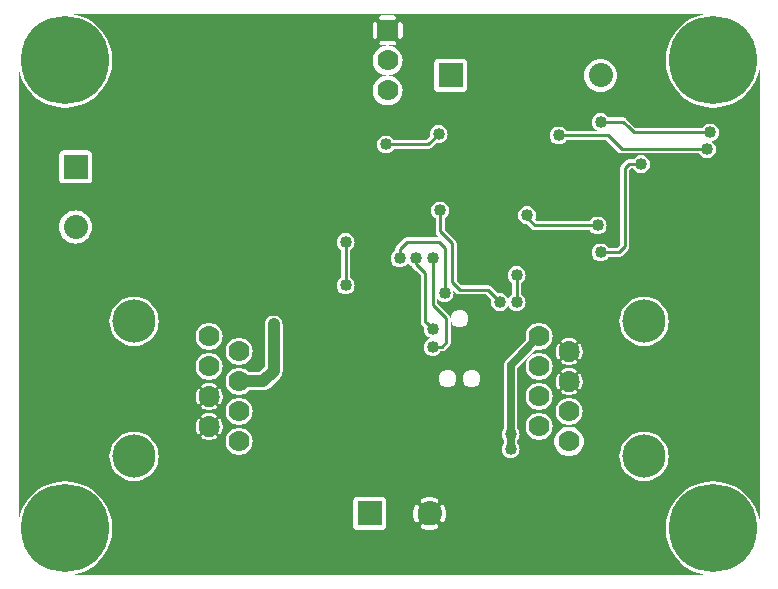
<source format=gbr>
G04 start of page 3 for group 1 idx 1 *
G04 Title: (unknown), solder *
G04 Creator: pcb 20140316 *
G04 CreationDate: Tue 03 Nov 2015 08:28:20 PM GMT UTC *
G04 For: ndholmes *
G04 Format: Gerber/RS-274X *
G04 PCB-Dimensions (mil): 2500.00 1900.00 *
G04 PCB-Coordinate-Origin: lower left *
%MOIN*%
%FSLAX25Y25*%
%LNBOTTOM*%
%ADD51C,0.1280*%
%ADD50C,0.0300*%
%ADD49C,0.1285*%
%ADD48C,0.0480*%
%ADD47C,0.0390*%
%ADD46C,0.0200*%
%ADD45C,0.0800*%
%ADD44C,0.1440*%
%ADD43C,0.0700*%
%ADD42C,0.2937*%
%ADD41C,0.0400*%
%ADD40C,0.0100*%
%ADD39C,0.0250*%
%ADD38C,0.0001*%
G54D38*G36*
X202245Y188500D02*X230378D01*
X228138Y187962D01*
X225858Y187018D01*
X223753Y185728D01*
X221876Y184124D01*
X220272Y182247D01*
X218982Y180142D01*
X218038Y177862D01*
X217461Y175461D01*
X217268Y173000D01*
X217461Y170539D01*
X218038Y168138D01*
X218982Y165858D01*
X220272Y163753D01*
X221876Y161876D01*
X223753Y160272D01*
X225858Y158982D01*
X228138Y158038D01*
X230539Y157461D01*
X233000Y157268D01*
X235461Y157461D01*
X237862Y158038D01*
X240142Y158982D01*
X242247Y160272D01*
X244124Y161876D01*
X245728Y163753D01*
X247018Y165858D01*
X247962Y168138D01*
X248500Y170378D01*
Y19622D01*
X247962Y21862D01*
X247018Y24142D01*
X245728Y26247D01*
X244124Y28124D01*
X242247Y29728D01*
X240142Y31018D01*
X237862Y31962D01*
X235461Y32539D01*
X233000Y32732D01*
X230539Y32539D01*
X228138Y31962D01*
X225858Y31018D01*
X223753Y29728D01*
X221876Y28124D01*
X220272Y26247D01*
X218982Y24142D01*
X218038Y21862D01*
X217461Y19461D01*
X217268Y17000D01*
X217461Y14539D01*
X218038Y12138D01*
X218982Y9858D01*
X220272Y7753D01*
X221876Y5876D01*
X223753Y4272D01*
X225858Y2982D01*
X228138Y2038D01*
X230378Y1500D01*
X202245D01*
Y38294D01*
X202671Y37266D01*
X203346Y36165D01*
X204184Y35184D01*
X205165Y34346D01*
X206266Y33671D01*
X207458Y33177D01*
X208713Y32876D01*
X210000Y32775D01*
X211287Y32876D01*
X212542Y33177D01*
X213734Y33671D01*
X214835Y34346D01*
X215816Y35184D01*
X216654Y36165D01*
X217329Y37266D01*
X217823Y38458D01*
X218124Y39713D01*
X218200Y41000D01*
X218124Y42287D01*
X217823Y43542D01*
X217329Y44734D01*
X216654Y45835D01*
X215816Y46816D01*
X214835Y47654D01*
X213734Y48329D01*
X212542Y48823D01*
X211287Y49124D01*
X210000Y49225D01*
X208713Y49124D01*
X207458Y48823D01*
X206266Y48329D01*
X205165Y47654D01*
X204184Y46816D01*
X203346Y45835D01*
X202671Y44734D01*
X202245Y43706D01*
Y83294D01*
X202671Y82266D01*
X203346Y81165D01*
X204184Y80184D01*
X205165Y79346D01*
X206266Y78671D01*
X207458Y78177D01*
X208713Y77876D01*
X210000Y77775D01*
X211287Y77876D01*
X212542Y78177D01*
X213734Y78671D01*
X214835Y79346D01*
X215816Y80184D01*
X216654Y81165D01*
X217329Y82266D01*
X217823Y83458D01*
X218124Y84713D01*
X218200Y86000D01*
X218124Y87287D01*
X217823Y88542D01*
X217329Y89734D01*
X216654Y90835D01*
X215816Y91816D01*
X214835Y92654D01*
X213734Y93329D01*
X212542Y93823D01*
X211287Y94124D01*
X210000Y94225D01*
X208713Y94124D01*
X207458Y93823D01*
X206266Y93329D01*
X205165Y92654D01*
X204184Y91816D01*
X203346Y90835D01*
X202671Y89734D01*
X202245Y88706D01*
Y107698D01*
X202384Y107783D01*
X202564Y107936D01*
X202602Y107981D01*
X204519Y109898D01*
X204564Y109936D01*
X204717Y110115D01*
X204717Y110116D01*
X204841Y110317D01*
X204931Y110535D01*
X204986Y110765D01*
X205005Y111000D01*
X205000Y111059D01*
Y136379D01*
X205621Y137000D01*
X206401D01*
X206565Y136731D01*
X206872Y136372D01*
X207231Y136065D01*
X207634Y135819D01*
X208070Y135638D01*
X208529Y135528D01*
X209000Y135491D01*
X209471Y135528D01*
X209930Y135638D01*
X210366Y135819D01*
X210769Y136065D01*
X211128Y136372D01*
X211435Y136731D01*
X211681Y137134D01*
X211862Y137570D01*
X211972Y138029D01*
X212000Y138500D01*
X211972Y138971D01*
X211862Y139430D01*
X211681Y139866D01*
X211435Y140269D01*
X211128Y140628D01*
X210769Y140935D01*
X210366Y141181D01*
X209930Y141362D01*
X209471Y141472D01*
X209000Y141509D01*
X208529Y141472D01*
X208070Y141362D01*
X207634Y141181D01*
X207231Y140935D01*
X206872Y140628D01*
X206565Y140269D01*
X206401Y140000D01*
X205059D01*
X205000Y140005D01*
X204765Y139986D01*
X204535Y139931D01*
X204317Y139841D01*
X204116Y139717D01*
X204115Y139717D01*
X203936Y139564D01*
X203898Y139519D01*
X202481Y138102D01*
X202436Y138064D01*
X202283Y137884D01*
X202245Y137823D01*
Y142019D01*
X202265Y142014D01*
X202500Y141995D01*
X202559Y142000D01*
X228401D01*
X228565Y141731D01*
X228872Y141372D01*
X229231Y141065D01*
X229634Y140819D01*
X230070Y140638D01*
X230529Y140528D01*
X231000Y140491D01*
X231471Y140528D01*
X231930Y140638D01*
X232366Y140819D01*
X232769Y141065D01*
X233128Y141372D01*
X233435Y141731D01*
X233681Y142134D01*
X233862Y142570D01*
X233972Y143029D01*
X234000Y143500D01*
X233972Y143971D01*
X233862Y144430D01*
X233681Y144866D01*
X233435Y145269D01*
X233128Y145628D01*
X232769Y145935D01*
X232576Y146053D01*
X232930Y146138D01*
X233366Y146319D01*
X233769Y146565D01*
X234128Y146872D01*
X234435Y147231D01*
X234681Y147634D01*
X234862Y148070D01*
X234972Y148529D01*
X235000Y149000D01*
X234972Y149471D01*
X234862Y149930D01*
X234681Y150366D01*
X234435Y150769D01*
X234128Y151128D01*
X233769Y151435D01*
X233366Y151681D01*
X232930Y151862D01*
X232471Y151972D01*
X232000Y152009D01*
X231529Y151972D01*
X231070Y151862D01*
X230634Y151681D01*
X230231Y151435D01*
X229872Y151128D01*
X229565Y150769D01*
X229401Y150500D01*
X207121D01*
X204102Y153519D01*
X204064Y153564D01*
X203884Y153717D01*
X203683Y153841D01*
X203465Y153931D01*
X203235Y153986D01*
X203000Y154005D01*
X202941Y154000D01*
X202245D01*
Y188500D01*
G37*
G36*
Y1500D02*X188720D01*
Y42811D01*
X188976Y43111D01*
X189379Y43769D01*
X189675Y44481D01*
X189855Y45231D01*
X189900Y46000D01*
X189855Y46769D01*
X189675Y47519D01*
X189379Y48231D01*
X188976Y48889D01*
X188720Y49189D01*
Y53459D01*
X189022Y53951D01*
X189293Y54605D01*
X189458Y55294D01*
X189500Y56000D01*
X189458Y56706D01*
X189293Y57395D01*
X189022Y58049D01*
X188720Y58541D01*
Y63544D01*
X188771Y63583D01*
X188826Y63639D01*
X188870Y63704D01*
X189064Y64056D01*
X189221Y64426D01*
X189344Y64809D01*
X189433Y65200D01*
X189487Y65599D01*
X189504Y66000D01*
X189487Y66401D01*
X189433Y66800D01*
X189344Y67191D01*
X189221Y67574D01*
X189064Y67944D01*
X188874Y68298D01*
X188829Y68363D01*
X188774Y68420D01*
X188720Y68460D01*
Y73544D01*
X188771Y73583D01*
X188826Y73639D01*
X188870Y73704D01*
X189064Y74056D01*
X189221Y74426D01*
X189344Y74809D01*
X189433Y75200D01*
X189487Y75599D01*
X189504Y76000D01*
X189487Y76401D01*
X189433Y76800D01*
X189344Y77191D01*
X189221Y77574D01*
X189064Y77944D01*
X188874Y78298D01*
X188829Y78363D01*
X188774Y78420D01*
X188720Y78460D01*
Y116500D01*
X191901D01*
X192065Y116231D01*
X192372Y115872D01*
X192731Y115565D01*
X193134Y115319D01*
X193570Y115138D01*
X194029Y115028D01*
X194500Y114991D01*
X194971Y115028D01*
X195430Y115138D01*
X195866Y115319D01*
X196269Y115565D01*
X196628Y115872D01*
X196935Y116231D01*
X197181Y116634D01*
X197362Y117070D01*
X197472Y117529D01*
X197500Y118000D01*
X197472Y118471D01*
X197362Y118930D01*
X197181Y119366D01*
X196935Y119769D01*
X196628Y120128D01*
X196269Y120435D01*
X195866Y120681D01*
X195430Y120862D01*
X194971Y120972D01*
X194500Y121009D01*
X194029Y120972D01*
X193570Y120862D01*
X193134Y120681D01*
X192731Y120435D01*
X192372Y120128D01*
X192065Y119769D01*
X191901Y119500D01*
X188720D01*
Y146500D01*
X197379D01*
X201398Y142481D01*
X201436Y142436D01*
X201615Y142283D01*
X201616Y142283D01*
X201817Y142159D01*
X202035Y142069D01*
X202245Y142019D01*
Y137823D01*
X202159Y137683D01*
X202069Y137465D01*
X202014Y137235D01*
X202014Y137235D01*
X201995Y137000D01*
X202000Y136941D01*
Y111621D01*
X200879Y110500D01*
X198099D01*
X197935Y110769D01*
X197628Y111128D01*
X197269Y111435D01*
X196866Y111681D01*
X196430Y111862D01*
X195971Y111972D01*
X195500Y112009D01*
X195029Y111972D01*
X194570Y111862D01*
X194134Y111681D01*
X193731Y111435D01*
X193372Y111128D01*
X193065Y110769D01*
X192819Y110366D01*
X192638Y109930D01*
X192528Y109471D01*
X192491Y109000D01*
X192528Y108529D01*
X192638Y108070D01*
X192819Y107634D01*
X193065Y107231D01*
X193372Y106872D01*
X193731Y106565D01*
X194134Y106319D01*
X194570Y106138D01*
X195029Y106028D01*
X195500Y105991D01*
X195971Y106028D01*
X196430Y106138D01*
X196866Y106319D01*
X197269Y106565D01*
X197628Y106872D01*
X197935Y107231D01*
X198099Y107500D01*
X201441D01*
X201500Y107495D01*
X201735Y107514D01*
X201735Y107514D01*
X201965Y107569D01*
X202183Y107659D01*
X202245Y107698D01*
Y88706D01*
X202177Y88542D01*
X201876Y87287D01*
X201775Y86000D01*
X201876Y84713D01*
X202177Y83458D01*
X202245Y83294D01*
Y43706D01*
X202177Y43542D01*
X201876Y42287D01*
X201775Y41000D01*
X201876Y39713D01*
X202177Y38458D01*
X202245Y38294D01*
Y1500D01*
G37*
G36*
X188720Y119500D02*X182745D01*
Y145269D01*
X182866Y145319D01*
X183269Y145565D01*
X183628Y145872D01*
X183935Y146231D01*
X184099Y146500D01*
X188720D01*
Y119500D01*
G37*
G36*
Y58541D02*X188652Y58653D01*
X188192Y59192D01*
X187653Y59652D01*
X187049Y60022D01*
X186395Y60293D01*
X185706Y60458D01*
X185000Y60514D01*
X184294Y60458D01*
X183605Y60293D01*
X182951Y60022D01*
X182745Y59896D01*
Y62107D01*
X183056Y61936D01*
X183426Y61779D01*
X183809Y61656D01*
X184200Y61567D01*
X184599Y61513D01*
X185000Y61496D01*
X185401Y61513D01*
X185800Y61567D01*
X186191Y61656D01*
X186574Y61779D01*
X186944Y61936D01*
X187298Y62126D01*
X187363Y62171D01*
X187420Y62226D01*
X187468Y62290D01*
X187504Y62360D01*
X187530Y62435D01*
X187544Y62513D01*
X187545Y62592D01*
X187533Y62671D01*
X187510Y62746D01*
X187475Y62817D01*
X187429Y62882D01*
X187374Y62939D01*
X187311Y62987D01*
X187241Y63024D01*
X187166Y63049D01*
X187088Y63063D01*
X187008Y63064D01*
X186930Y63052D01*
X186854Y63029D01*
X186784Y62993D01*
X186510Y62843D01*
X186223Y62721D01*
X185926Y62625D01*
X185621Y62556D01*
X185312Y62514D01*
X185000Y62500D01*
X184688Y62514D01*
X184379Y62556D01*
X184074Y62625D01*
X183777Y62721D01*
X183490Y62843D01*
X183214Y62990D01*
X183145Y63026D01*
X183069Y63049D01*
X182991Y63060D01*
X182913Y63059D01*
X182835Y63046D01*
X182761Y63020D01*
X182745Y63012D01*
Y68984D01*
X182759Y68976D01*
X182834Y68951D01*
X182912Y68937D01*
X182992Y68936D01*
X183070Y68948D01*
X183146Y68971D01*
X183216Y69007D01*
X183490Y69157D01*
X183777Y69279D01*
X184074Y69375D01*
X184379Y69444D01*
X184688Y69486D01*
X185000Y69500D01*
X185312Y69486D01*
X185621Y69444D01*
X185926Y69375D01*
X186223Y69279D01*
X186510Y69157D01*
X186786Y69010D01*
X186855Y68974D01*
X186931Y68951D01*
X187009Y68940D01*
X187087Y68941D01*
X187165Y68954D01*
X187239Y68980D01*
X187309Y69016D01*
X187372Y69064D01*
X187427Y69120D01*
X187472Y69184D01*
X187507Y69255D01*
X187530Y69330D01*
X187541Y69408D01*
X187540Y69487D01*
X187527Y69564D01*
X187501Y69639D01*
X187465Y69708D01*
X187417Y69771D01*
X187361Y69826D01*
X187296Y69870D01*
X186944Y70064D01*
X186574Y70221D01*
X186191Y70344D01*
X185800Y70433D01*
X185401Y70487D01*
X185000Y70504D01*
X184599Y70487D01*
X184200Y70433D01*
X183809Y70344D01*
X183426Y70221D01*
X183056Y70064D01*
X182745Y69897D01*
Y72107D01*
X183056Y71936D01*
X183426Y71779D01*
X183809Y71656D01*
X184200Y71567D01*
X184599Y71513D01*
X185000Y71496D01*
X185401Y71513D01*
X185800Y71567D01*
X186191Y71656D01*
X186574Y71779D01*
X186944Y71936D01*
X187298Y72126D01*
X187363Y72171D01*
X187420Y72226D01*
X187468Y72290D01*
X187504Y72360D01*
X187530Y72435D01*
X187544Y72513D01*
X187545Y72592D01*
X187533Y72671D01*
X187510Y72746D01*
X187475Y72817D01*
X187429Y72882D01*
X187374Y72939D01*
X187311Y72987D01*
X187241Y73024D01*
X187166Y73049D01*
X187088Y73063D01*
X187008Y73064D01*
X186930Y73052D01*
X186854Y73029D01*
X186784Y72993D01*
X186510Y72843D01*
X186223Y72721D01*
X185926Y72625D01*
X185621Y72556D01*
X185312Y72514D01*
X185000Y72500D01*
X184688Y72514D01*
X184379Y72556D01*
X184074Y72625D01*
X183777Y72721D01*
X183490Y72843D01*
X183214Y72990D01*
X183145Y73026D01*
X183069Y73049D01*
X182991Y73060D01*
X182913Y73059D01*
X182835Y73046D01*
X182761Y73020D01*
X182745Y73012D01*
Y78984D01*
X182759Y78976D01*
X182834Y78951D01*
X182912Y78937D01*
X182992Y78936D01*
X183070Y78948D01*
X183146Y78971D01*
X183216Y79007D01*
X183490Y79157D01*
X183777Y79279D01*
X184074Y79375D01*
X184379Y79444D01*
X184688Y79486D01*
X185000Y79500D01*
X185312Y79486D01*
X185621Y79444D01*
X185926Y79375D01*
X186223Y79279D01*
X186510Y79157D01*
X186786Y79010D01*
X186855Y78974D01*
X186931Y78951D01*
X187009Y78940D01*
X187087Y78941D01*
X187165Y78954D01*
X187239Y78980D01*
X187309Y79016D01*
X187372Y79064D01*
X187427Y79120D01*
X187472Y79184D01*
X187507Y79255D01*
X187530Y79330D01*
X187541Y79408D01*
X187540Y79487D01*
X187527Y79564D01*
X187501Y79639D01*
X187465Y79708D01*
X187417Y79771D01*
X187361Y79826D01*
X187296Y79870D01*
X186944Y80064D01*
X186574Y80221D01*
X186191Y80344D01*
X185800Y80433D01*
X185401Y80487D01*
X185000Y80504D01*
X184599Y80487D01*
X184200Y80433D01*
X183809Y80344D01*
X183426Y80221D01*
X183056Y80064D01*
X182745Y79897D01*
Y116500D01*
X188720D01*
Y78460D01*
X188710Y78468D01*
X188640Y78504D01*
X188565Y78530D01*
X188487Y78544D01*
X188408Y78545D01*
X188329Y78533D01*
X188254Y78510D01*
X188183Y78475D01*
X188118Y78429D01*
X188061Y78374D01*
X188013Y78311D01*
X187976Y78241D01*
X187951Y78166D01*
X187937Y78088D01*
X187936Y78008D01*
X187948Y77930D01*
X187971Y77854D01*
X188007Y77784D01*
X188157Y77510D01*
X188279Y77223D01*
X188375Y76926D01*
X188444Y76621D01*
X188486Y76312D01*
X188500Y76000D01*
X188486Y75688D01*
X188444Y75379D01*
X188375Y75074D01*
X188279Y74777D01*
X188157Y74490D01*
X188010Y74214D01*
X187974Y74145D01*
X187951Y74069D01*
X187940Y73991D01*
X187941Y73913D01*
X187954Y73835D01*
X187980Y73761D01*
X188016Y73691D01*
X188064Y73628D01*
X188120Y73573D01*
X188184Y73528D01*
X188255Y73493D01*
X188330Y73470D01*
X188408Y73459D01*
X188487Y73460D01*
X188564Y73473D01*
X188639Y73499D01*
X188708Y73535D01*
X188720Y73544D01*
Y68460D01*
X188710Y68468D01*
X188640Y68504D01*
X188565Y68530D01*
X188487Y68544D01*
X188408Y68545D01*
X188329Y68533D01*
X188254Y68510D01*
X188183Y68475D01*
X188118Y68429D01*
X188061Y68374D01*
X188013Y68311D01*
X187976Y68241D01*
X187951Y68166D01*
X187937Y68088D01*
X187936Y68008D01*
X187948Y67930D01*
X187971Y67854D01*
X188007Y67784D01*
X188157Y67510D01*
X188279Y67223D01*
X188375Y66926D01*
X188444Y66621D01*
X188486Y66312D01*
X188500Y66000D01*
X188486Y65688D01*
X188444Y65379D01*
X188375Y65074D01*
X188279Y64777D01*
X188157Y64490D01*
X188010Y64214D01*
X187974Y64145D01*
X187951Y64069D01*
X187940Y63991D01*
X187941Y63913D01*
X187954Y63835D01*
X187980Y63761D01*
X188016Y63691D01*
X188064Y63628D01*
X188120Y63573D01*
X188184Y63528D01*
X188255Y63493D01*
X188330Y63470D01*
X188408Y63459D01*
X188487Y63460D01*
X188564Y63473D01*
X188639Y63499D01*
X188708Y63535D01*
X188720Y63544D01*
Y58541D01*
G37*
G36*
Y49189D02*X188476Y49476D01*
X187889Y49976D01*
X187231Y50379D01*
X186519Y50675D01*
X185769Y50855D01*
X185000Y50915D01*
X184231Y50855D01*
X183481Y50675D01*
X182769Y50379D01*
X182745Y50365D01*
Y52104D01*
X182951Y51978D01*
X183605Y51707D01*
X184294Y51542D01*
X185000Y51486D01*
X185706Y51542D01*
X186395Y51707D01*
X187049Y51978D01*
X187653Y52348D01*
X188192Y52808D01*
X188652Y53347D01*
X188720Y53459D01*
Y49189D01*
G37*
G36*
Y1500D02*X182745D01*
Y41635D01*
X182769Y41621D01*
X183481Y41325D01*
X184231Y41145D01*
X185000Y41085D01*
X185769Y41145D01*
X186519Y41325D01*
X187231Y41621D01*
X187889Y42024D01*
X188476Y42524D01*
X188720Y42811D01*
Y1500D01*
G37*
G36*
X195492Y188500D02*X202245D01*
Y154000D01*
X198099D01*
X197935Y154269D01*
X197628Y154628D01*
X197269Y154935D01*
X196866Y155181D01*
X196430Y155362D01*
X195971Y155472D01*
X195500Y155509D01*
X195492Y155509D01*
Y162484D01*
X195500Y162483D01*
X196363Y162551D01*
X197205Y162753D01*
X198005Y163084D01*
X198743Y163537D01*
X199401Y164099D01*
X199963Y164757D01*
X200416Y165495D01*
X200747Y166295D01*
X200949Y167137D01*
X201000Y168000D01*
X200949Y168863D01*
X200747Y169705D01*
X200416Y170505D01*
X199963Y171243D01*
X199401Y171901D01*
X198743Y172463D01*
X198005Y172916D01*
X197205Y173247D01*
X196363Y173449D01*
X195500Y173517D01*
X195492Y173516D01*
Y188500D01*
G37*
G36*
X182745D02*X195492D01*
Y173516D01*
X194637Y173449D01*
X193795Y173247D01*
X192995Y172916D01*
X192257Y172463D01*
X191599Y171901D01*
X191037Y171243D01*
X190584Y170505D01*
X190253Y169705D01*
X190051Y168863D01*
X189983Y168000D01*
X190051Y167137D01*
X190253Y166295D01*
X190584Y165495D01*
X191037Y164757D01*
X191599Y164099D01*
X192257Y163537D01*
X192995Y163084D01*
X193795Y162753D01*
X194637Y162551D01*
X195492Y162484D01*
Y155509D01*
X195029Y155472D01*
X194570Y155362D01*
X194134Y155181D01*
X193731Y154935D01*
X193372Y154628D01*
X193065Y154269D01*
X192819Y153866D01*
X192638Y153430D01*
X192528Y152971D01*
X192491Y152500D01*
X192528Y152029D01*
X192638Y151570D01*
X192819Y151134D01*
X193065Y150731D01*
X193372Y150372D01*
X193731Y150065D01*
X194134Y149819D01*
X194570Y149638D01*
X195029Y149528D01*
X195382Y149500D01*
X184099D01*
X183935Y149769D01*
X183628Y150128D01*
X183269Y150435D01*
X182866Y150681D01*
X182745Y150731D01*
Y188500D01*
G37*
G36*
X181280Y42811D02*X181524Y42524D01*
X182111Y42024D01*
X182745Y41635D01*
Y1500D01*
X181280D01*
Y42811D01*
G37*
G36*
Y53459D02*X181348Y53347D01*
X181808Y52808D01*
X182347Y52348D01*
X182745Y52104D01*
Y50365D01*
X182111Y49976D01*
X181524Y49476D01*
X181280Y49189D01*
Y53459D01*
G37*
G36*
Y116500D02*X182745D01*
Y79897D01*
X182702Y79874D01*
X182637Y79829D01*
X182580Y79774D01*
X182532Y79710D01*
X182496Y79640D01*
X182470Y79565D01*
X182456Y79487D01*
X182455Y79408D01*
X182467Y79329D01*
X182490Y79254D01*
X182525Y79183D01*
X182571Y79118D01*
X182626Y79061D01*
X182689Y79013D01*
X182745Y78984D01*
Y73012D01*
X182691Y72984D01*
X182628Y72936D01*
X182573Y72880D01*
X182528Y72816D01*
X182493Y72745D01*
X182470Y72670D01*
X182459Y72592D01*
X182460Y72513D01*
X182473Y72436D01*
X182499Y72361D01*
X182535Y72292D01*
X182583Y72229D01*
X182639Y72174D01*
X182704Y72130D01*
X182745Y72107D01*
Y69897D01*
X182702Y69874D01*
X182637Y69829D01*
X182580Y69774D01*
X182532Y69710D01*
X182496Y69640D01*
X182470Y69565D01*
X182456Y69487D01*
X182455Y69408D01*
X182467Y69329D01*
X182490Y69254D01*
X182525Y69183D01*
X182571Y69118D01*
X182626Y69061D01*
X182689Y69013D01*
X182745Y68984D01*
Y63012D01*
X182691Y62984D01*
X182628Y62936D01*
X182573Y62880D01*
X182528Y62816D01*
X182493Y62745D01*
X182470Y62670D01*
X182459Y62592D01*
X182460Y62513D01*
X182473Y62436D01*
X182499Y62361D01*
X182535Y62292D01*
X182583Y62229D01*
X182639Y62174D01*
X182704Y62130D01*
X182745Y62107D01*
Y59896D01*
X182347Y59652D01*
X181808Y59192D01*
X181348Y58653D01*
X181280Y58541D01*
Y63540D01*
X181290Y63532D01*
X181360Y63496D01*
X181435Y63470D01*
X181513Y63456D01*
X181592Y63455D01*
X181671Y63467D01*
X181746Y63490D01*
X181817Y63525D01*
X181882Y63571D01*
X181939Y63626D01*
X181987Y63689D01*
X182024Y63759D01*
X182049Y63834D01*
X182063Y63912D01*
X182064Y63992D01*
X182052Y64070D01*
X182029Y64146D01*
X181993Y64216D01*
X181843Y64490D01*
X181721Y64777D01*
X181625Y65074D01*
X181556Y65379D01*
X181514Y65688D01*
X181500Y66000D01*
X181514Y66312D01*
X181556Y66621D01*
X181625Y66926D01*
X181721Y67223D01*
X181843Y67510D01*
X181990Y67786D01*
X182026Y67855D01*
X182049Y67931D01*
X182060Y68009D01*
X182059Y68087D01*
X182046Y68165D01*
X182020Y68239D01*
X181984Y68309D01*
X181936Y68372D01*
X181880Y68427D01*
X181816Y68472D01*
X181745Y68507D01*
X181670Y68530D01*
X181592Y68541D01*
X181513Y68540D01*
X181436Y68527D01*
X181361Y68501D01*
X181292Y68465D01*
X181280Y68456D01*
Y73540D01*
X181290Y73532D01*
X181360Y73496D01*
X181435Y73470D01*
X181513Y73456D01*
X181592Y73455D01*
X181671Y73467D01*
X181746Y73490D01*
X181817Y73525D01*
X181882Y73571D01*
X181939Y73626D01*
X181987Y73689D01*
X182024Y73759D01*
X182049Y73834D01*
X182063Y73912D01*
X182064Y73992D01*
X182052Y74070D01*
X182029Y74146D01*
X181993Y74216D01*
X181843Y74490D01*
X181721Y74777D01*
X181625Y75074D01*
X181556Y75379D01*
X181514Y75688D01*
X181500Y76000D01*
X181514Y76312D01*
X181556Y76621D01*
X181625Y76926D01*
X181721Y77223D01*
X181843Y77510D01*
X181990Y77786D01*
X182026Y77855D01*
X182049Y77931D01*
X182060Y78009D01*
X182059Y78087D01*
X182046Y78165D01*
X182020Y78239D01*
X181984Y78309D01*
X181936Y78372D01*
X181880Y78427D01*
X181816Y78472D01*
X181745Y78507D01*
X181670Y78530D01*
X181592Y78541D01*
X181513Y78540D01*
X181436Y78527D01*
X181361Y78501D01*
X181292Y78465D01*
X181280Y78456D01*
Y116500D01*
G37*
G36*
X170995Y118383D02*X172398Y116981D01*
X172436Y116936D01*
X172616Y116783D01*
X172817Y116659D01*
X173035Y116569D01*
X173265Y116514D01*
X173500Y116495D01*
X173559Y116500D01*
X181280D01*
Y78456D01*
X181229Y78417D01*
X181174Y78361D01*
X181130Y78296D01*
X180936Y77944D01*
X180779Y77574D01*
X180656Y77191D01*
X180567Y76800D01*
X180513Y76401D01*
X180496Y76000D01*
X180513Y75599D01*
X180567Y75200D01*
X180656Y74809D01*
X180779Y74426D01*
X180936Y74056D01*
X181126Y73702D01*
X181171Y73637D01*
X181226Y73580D01*
X181280Y73540D01*
Y68456D01*
X181229Y68417D01*
X181174Y68361D01*
X181130Y68296D01*
X180936Y67944D01*
X180779Y67574D01*
X180656Y67191D01*
X180567Y66800D01*
X180513Y66401D01*
X180496Y66000D01*
X180513Y65599D01*
X180567Y65200D01*
X180656Y64809D01*
X180779Y64426D01*
X180936Y64056D01*
X181126Y63702D01*
X181171Y63637D01*
X181226Y63580D01*
X181280Y63540D01*
Y58541D01*
X180978Y58049D01*
X180707Y57395D01*
X180542Y56706D01*
X180486Y56000D01*
X180542Y55294D01*
X180707Y54605D01*
X180978Y53951D01*
X181280Y53459D01*
Y49189D01*
X181024Y48889D01*
X180621Y48231D01*
X180325Y47519D01*
X180145Y46769D01*
X180085Y46000D01*
X180145Y45231D01*
X180325Y44481D01*
X180621Y43769D01*
X181024Y43111D01*
X181280Y42811D01*
Y1500D01*
X170995D01*
Y48923D01*
X171348Y48347D01*
X171808Y47808D01*
X172347Y47348D01*
X172951Y46978D01*
X173605Y46707D01*
X174294Y46542D01*
X175000Y46486D01*
X175706Y46542D01*
X176395Y46707D01*
X177049Y46978D01*
X177653Y47348D01*
X178192Y47808D01*
X178652Y48347D01*
X179022Y48951D01*
X179293Y49605D01*
X179458Y50294D01*
X179500Y51000D01*
X179458Y51706D01*
X179293Y52395D01*
X179022Y53049D01*
X178652Y53653D01*
X178192Y54192D01*
X177653Y54652D01*
X177049Y55022D01*
X176395Y55293D01*
X175706Y55458D01*
X175000Y55514D01*
X174294Y55458D01*
X173605Y55293D01*
X172951Y55022D01*
X172347Y54652D01*
X171808Y54192D01*
X171348Y53653D01*
X170995Y53077D01*
Y58923D01*
X171348Y58347D01*
X171808Y57808D01*
X172347Y57348D01*
X172951Y56978D01*
X173605Y56707D01*
X174294Y56542D01*
X175000Y56486D01*
X175706Y56542D01*
X176395Y56707D01*
X177049Y56978D01*
X177653Y57348D01*
X178192Y57808D01*
X178652Y58347D01*
X179022Y58951D01*
X179293Y59605D01*
X179458Y60294D01*
X179500Y61000D01*
X179458Y61706D01*
X179293Y62395D01*
X179022Y63049D01*
X178652Y63653D01*
X178192Y64192D01*
X177653Y64652D01*
X177049Y65022D01*
X176395Y65293D01*
X175706Y65458D01*
X175000Y65514D01*
X174294Y65458D01*
X173605Y65293D01*
X172951Y65022D01*
X172347Y64652D01*
X171808Y64192D01*
X171348Y63653D01*
X170995Y63077D01*
Y68923D01*
X171348Y68347D01*
X171808Y67808D01*
X172347Y67348D01*
X172951Y66978D01*
X173605Y66707D01*
X174294Y66542D01*
X175000Y66486D01*
X175706Y66542D01*
X176395Y66707D01*
X177049Y66978D01*
X177653Y67348D01*
X178192Y67808D01*
X178652Y68347D01*
X179022Y68951D01*
X179293Y69605D01*
X179458Y70294D01*
X179500Y71000D01*
X179458Y71706D01*
X179293Y72395D01*
X179022Y73049D01*
X178652Y73653D01*
X178192Y74192D01*
X177653Y74652D01*
X177049Y75022D01*
X176395Y75293D01*
X175706Y75458D01*
X175000Y75514D01*
X174294Y75458D01*
X173605Y75293D01*
X172951Y75022D01*
X172347Y74652D01*
X171808Y74192D01*
X171348Y73653D01*
X170995Y73077D01*
Y73813D01*
X173834Y76652D01*
X174294Y76542D01*
X175000Y76486D01*
X175706Y76542D01*
X176395Y76707D01*
X177049Y76978D01*
X177653Y77348D01*
X178192Y77808D01*
X178652Y78347D01*
X179022Y78951D01*
X179293Y79605D01*
X179458Y80294D01*
X179500Y81000D01*
X179458Y81706D01*
X179293Y82395D01*
X179022Y83049D01*
X178652Y83653D01*
X178192Y84192D01*
X177653Y84652D01*
X177049Y85022D01*
X176395Y85293D01*
X175706Y85458D01*
X175000Y85514D01*
X174294Y85458D01*
X173605Y85293D01*
X172951Y85022D01*
X172347Y84652D01*
X171808Y84192D01*
X171348Y83653D01*
X170995Y83077D01*
Y118383D01*
G37*
G36*
Y188500D02*X182745D01*
Y150731D01*
X182430Y150862D01*
X181971Y150972D01*
X181500Y151009D01*
X181029Y150972D01*
X180570Y150862D01*
X180134Y150681D01*
X179731Y150435D01*
X179372Y150128D01*
X179065Y149769D01*
X178819Y149366D01*
X178638Y148930D01*
X178528Y148471D01*
X178491Y148000D01*
X178528Y147529D01*
X178638Y147070D01*
X178819Y146634D01*
X179065Y146231D01*
X179372Y145872D01*
X179731Y145565D01*
X180134Y145319D01*
X180570Y145138D01*
X181029Y145028D01*
X181500Y144991D01*
X181971Y145028D01*
X182430Y145138D01*
X182745Y145269D01*
Y119500D01*
X174121D01*
X173608Y120014D01*
X173681Y120134D01*
X173862Y120570D01*
X173972Y121029D01*
X174000Y121500D01*
X173972Y121971D01*
X173862Y122430D01*
X173681Y122866D01*
X173435Y123269D01*
X173128Y123628D01*
X172769Y123935D01*
X172366Y124181D01*
X171930Y124362D01*
X171471Y124472D01*
X171000Y124509D01*
X170995Y124509D01*
Y188500D01*
G37*
G36*
X152495D02*X170995D01*
Y124509D01*
X170529Y124472D01*
X170070Y124362D01*
X169634Y124181D01*
X169231Y123935D01*
X168872Y123628D01*
X168565Y123269D01*
X168319Y122866D01*
X168138Y122430D01*
X168028Y121971D01*
X167991Y121500D01*
X168028Y121029D01*
X168138Y120570D01*
X168319Y120134D01*
X168565Y119731D01*
X168872Y119372D01*
X169231Y119065D01*
X169634Y118819D01*
X170070Y118638D01*
X170529Y118528D01*
X170878Y118500D01*
X170995Y118383D01*
Y83077D01*
X170978Y83049D01*
X170707Y82395D01*
X170542Y81706D01*
X170486Y81000D01*
X170542Y80294D01*
X170652Y79834D01*
X163971Y73153D01*
X163904Y73096D01*
X163674Y72827D01*
X163489Y72525D01*
X163354Y72197D01*
X163271Y71853D01*
X163271Y71853D01*
X163243Y71500D01*
X163250Y71412D01*
Y50500D01*
X163250Y50500D01*
Y50485D01*
X163065Y50269D01*
X162819Y49866D01*
X162638Y49430D01*
X162528Y48971D01*
X162491Y48500D01*
X162528Y48029D01*
X162638Y47570D01*
X162819Y47134D01*
X163065Y46731D01*
X163250Y46515D01*
Y45485D01*
X163065Y45269D01*
X162819Y44866D01*
X162638Y44430D01*
X162528Y43971D01*
X162491Y43500D01*
X162528Y43029D01*
X162638Y42570D01*
X162819Y42134D01*
X163065Y41731D01*
X163372Y41372D01*
X163731Y41065D01*
X164134Y40819D01*
X164570Y40638D01*
X165029Y40528D01*
X165500Y40491D01*
X165971Y40528D01*
X166430Y40638D01*
X166866Y40819D01*
X167269Y41065D01*
X167628Y41372D01*
X167935Y41731D01*
X168181Y42134D01*
X168362Y42570D01*
X168472Y43029D01*
X168500Y43500D01*
X168472Y43971D01*
X168362Y44430D01*
X168181Y44866D01*
X167935Y45269D01*
X167750Y45485D01*
Y46515D01*
X167935Y46731D01*
X168181Y47134D01*
X168362Y47570D01*
X168472Y48029D01*
X168500Y48500D01*
X168472Y48971D01*
X168362Y49430D01*
X168181Y49866D01*
X167935Y50269D01*
X167750Y50485D01*
Y50500D01*
X167750Y50500D01*
Y70568D01*
X170995Y73813D01*
Y73077D01*
X170978Y73049D01*
X170707Y72395D01*
X170542Y71706D01*
X170486Y71000D01*
X170542Y70294D01*
X170707Y69605D01*
X170978Y68951D01*
X170995Y68923D01*
Y63077D01*
X170978Y63049D01*
X170707Y62395D01*
X170542Y61706D01*
X170486Y61000D01*
X170542Y60294D01*
X170707Y59605D01*
X170978Y58951D01*
X170995Y58923D01*
Y53077D01*
X170978Y53049D01*
X170707Y52395D01*
X170542Y51706D01*
X170486Y51000D01*
X170542Y50294D01*
X170707Y49605D01*
X170978Y48951D01*
X170995Y48923D01*
Y1500D01*
X152495D01*
Y64041D01*
X152500Y64041D01*
X152963Y64077D01*
X153414Y64186D01*
X153843Y64363D01*
X154239Y64606D01*
X154592Y64908D01*
X154894Y65261D01*
X155137Y65657D01*
X155314Y66086D01*
X155423Y66537D01*
X155450Y67000D01*
X155423Y67463D01*
X155314Y67914D01*
X155137Y68343D01*
X154894Y68739D01*
X154592Y69092D01*
X154239Y69394D01*
X153843Y69637D01*
X153414Y69814D01*
X152963Y69923D01*
X152500Y69959D01*
X152495Y69959D01*
Y95000D01*
X157379D01*
X159101Y93277D01*
X159028Y92971D01*
X158991Y92500D01*
X159028Y92029D01*
X159138Y91570D01*
X159319Y91134D01*
X159565Y90731D01*
X159872Y90372D01*
X160231Y90065D01*
X160634Y89819D01*
X161070Y89638D01*
X161529Y89528D01*
X162000Y89491D01*
X162471Y89528D01*
X162930Y89638D01*
X163366Y89819D01*
X163769Y90065D01*
X164128Y90372D01*
X164435Y90731D01*
X164681Y91134D01*
X164750Y91300D01*
X164819Y91134D01*
X165065Y90731D01*
X165372Y90372D01*
X165731Y90065D01*
X166134Y89819D01*
X166570Y89638D01*
X167029Y89528D01*
X167500Y89491D01*
X167971Y89528D01*
X168430Y89638D01*
X168866Y89819D01*
X169269Y90065D01*
X169628Y90372D01*
X169935Y90731D01*
X170181Y91134D01*
X170362Y91570D01*
X170472Y92029D01*
X170500Y92500D01*
X170472Y92971D01*
X170362Y93430D01*
X170181Y93866D01*
X169935Y94269D01*
X169628Y94628D01*
X169269Y94935D01*
X169000Y95099D01*
Y98901D01*
X169269Y99065D01*
X169628Y99372D01*
X169935Y99731D01*
X170181Y100134D01*
X170362Y100570D01*
X170472Y101029D01*
X170500Y101500D01*
X170472Y101971D01*
X170362Y102430D01*
X170181Y102866D01*
X169935Y103269D01*
X169628Y103628D01*
X169269Y103935D01*
X168866Y104181D01*
X168430Y104362D01*
X167971Y104472D01*
X167500Y104509D01*
X167029Y104472D01*
X166570Y104362D01*
X166134Y104181D01*
X165731Y103935D01*
X165372Y103628D01*
X165065Y103269D01*
X164819Y102866D01*
X164638Y102430D01*
X164528Y101971D01*
X164491Y101500D01*
X164528Y101029D01*
X164638Y100570D01*
X164819Y100134D01*
X165065Y99731D01*
X165372Y99372D01*
X165731Y99065D01*
X166000Y98901D01*
Y95099D01*
X165731Y94935D01*
X165372Y94628D01*
X165065Y94269D01*
X164819Y93866D01*
X164750Y93700D01*
X164681Y93866D01*
X164435Y94269D01*
X164128Y94628D01*
X163769Y94935D01*
X163366Y95181D01*
X162930Y95362D01*
X162471Y95472D01*
X162000Y95509D01*
X161529Y95472D01*
X161223Y95399D01*
X159102Y97519D01*
X159064Y97564D01*
X158884Y97717D01*
X158683Y97841D01*
X158465Y97931D01*
X158235Y97986D01*
X158235Y97986D01*
X158000Y98005D01*
X157941Y98000D01*
X152495D01*
Y188500D01*
G37*
G36*
Y1500D02*X147995D01*
Y84087D01*
X148037Y84077D01*
X148500Y84041D01*
X148963Y84077D01*
X149414Y84186D01*
X149843Y84363D01*
X150239Y84606D01*
X150592Y84908D01*
X150894Y85261D01*
X151137Y85657D01*
X151314Y86086D01*
X151423Y86537D01*
X151450Y87000D01*
X151423Y87463D01*
X151314Y87914D01*
X151137Y88343D01*
X150894Y88739D01*
X150592Y89092D01*
X150239Y89394D01*
X149843Y89637D01*
X149414Y89814D01*
X148963Y89923D01*
X148500Y89959D01*
X148037Y89923D01*
X147995Y89913D01*
Y95085D01*
X148035Y95069D01*
X148265Y95014D01*
X148500Y94995D01*
X148559Y95000D01*
X152495D01*
Y69959D01*
X152037Y69923D01*
X151586Y69814D01*
X151157Y69637D01*
X150761Y69394D01*
X150408Y69092D01*
X150106Y68739D01*
X149863Y68343D01*
X149686Y67914D01*
X149577Y67463D01*
X149541Y67000D01*
X149577Y66537D01*
X149686Y66086D01*
X149863Y65657D01*
X150106Y65261D01*
X150408Y64908D01*
X150761Y64606D01*
X151157Y64363D01*
X151586Y64186D01*
X152037Y64077D01*
X152495Y64041D01*
Y1500D01*
G37*
G36*
X147995Y188500D02*X152495D01*
Y98000D01*
X149121D01*
X147995Y99126D01*
Y162511D01*
X149735Y162514D01*
X149965Y162569D01*
X150183Y162659D01*
X150384Y162783D01*
X150564Y162936D01*
X150717Y163116D01*
X150841Y163317D01*
X150931Y163535D01*
X150986Y163765D01*
X151000Y164000D01*
X150986Y172235D01*
X150931Y172465D01*
X150841Y172683D01*
X150717Y172884D01*
X150564Y173064D01*
X150384Y173217D01*
X150183Y173341D01*
X149965Y173431D01*
X149735Y173486D01*
X149500Y173500D01*
X147995Y173497D01*
Y188500D01*
G37*
G36*
X144495Y77374D02*X145019Y77898D01*
X145064Y77936D01*
X145217Y78115D01*
X145217Y78116D01*
X145341Y78317D01*
X145431Y78535D01*
X145486Y78765D01*
X145505Y79000D01*
X145500Y79059D01*
Y86941D01*
X145505Y87000D01*
X145486Y87235D01*
X145431Y87465D01*
X145341Y87683D01*
X145217Y87884D01*
X145064Y88064D01*
X145019Y88102D01*
X144495Y88626D01*
Y92665D01*
X144866Y92819D01*
X145269Y93065D01*
X145628Y93372D01*
X145935Y93731D01*
X146181Y94134D01*
X146362Y94570D01*
X146472Y95029D01*
X146500Y95500D01*
X146472Y95971D01*
X146362Y96430D01*
X146301Y96578D01*
X147398Y95481D01*
X147436Y95436D01*
X147616Y95283D01*
X147817Y95159D01*
X147995Y95085D01*
Y89913D01*
X147586Y89814D01*
X147157Y89637D01*
X146761Y89394D01*
X146408Y89092D01*
X146106Y88739D01*
X145863Y88343D01*
X145686Y87914D01*
X145577Y87463D01*
X145541Y87000D01*
X145577Y86537D01*
X145686Y86086D01*
X145863Y85657D01*
X146106Y85261D01*
X146408Y84908D01*
X146761Y84606D01*
X147157Y84363D01*
X147586Y84186D01*
X147995Y84087D01*
Y1500D01*
X144495D01*
Y64041D01*
X144500Y64041D01*
X144963Y64077D01*
X145414Y64186D01*
X145843Y64363D01*
X146239Y64606D01*
X146592Y64908D01*
X146894Y65261D01*
X147137Y65657D01*
X147314Y66086D01*
X147423Y66537D01*
X147450Y67000D01*
X147423Y67463D01*
X147314Y67914D01*
X147137Y68343D01*
X146894Y68739D01*
X146592Y69092D01*
X146239Y69394D01*
X145843Y69637D01*
X145414Y69814D01*
X144963Y69923D01*
X144500Y69959D01*
X144495Y69959D01*
Y77374D01*
G37*
G36*
Y88626D02*X141000Y92121D01*
Y93838D01*
X141065Y93731D01*
X141372Y93372D01*
X141731Y93065D01*
X142134Y92819D01*
X142570Y92638D01*
X143029Y92528D01*
X143500Y92491D01*
X143971Y92528D01*
X144430Y92638D01*
X144495Y92665D01*
Y88626D01*
G37*
G36*
X142993Y64464D02*X143157Y64363D01*
X143586Y64186D01*
X144037Y64077D01*
X144495Y64041D01*
Y1500D01*
X142993D01*
Y19145D01*
X143078Y19181D01*
X143179Y19243D01*
X143269Y19319D01*
X143345Y19409D01*
X143405Y19511D01*
X143622Y19980D01*
X143789Y20469D01*
X143909Y20972D01*
X143982Y21484D01*
X144006Y22000D01*
X143982Y22516D01*
X143909Y23028D01*
X143789Y23531D01*
X143622Y24020D01*
X143410Y24492D01*
X143349Y24593D01*
X143272Y24684D01*
X143182Y24761D01*
X143080Y24823D01*
X142993Y24860D01*
Y64464D01*
G37*
G36*
Y76080D02*X143183Y76159D01*
X143384Y76283D01*
X143564Y76436D01*
X143602Y76481D01*
X144495Y77374D01*
Y69959D01*
X144037Y69923D01*
X143586Y69814D01*
X143157Y69637D01*
X142993Y69536D01*
Y76080D01*
G37*
G36*
X138502Y74666D02*X138570Y74638D01*
X139029Y74528D01*
X139500Y74491D01*
X139971Y74528D01*
X140430Y74638D01*
X140866Y74819D01*
X141269Y75065D01*
X141628Y75372D01*
X141935Y75731D01*
X142099Y76000D01*
X142441D01*
X142500Y75995D01*
X142735Y76014D01*
X142735Y76014D01*
X142965Y76069D01*
X142993Y76080D01*
Y69536D01*
X142761Y69394D01*
X142408Y69092D01*
X142106Y68739D01*
X141863Y68343D01*
X141686Y67914D01*
X141577Y67463D01*
X141541Y67000D01*
X141577Y66537D01*
X141686Y66086D01*
X141863Y65657D01*
X142106Y65261D01*
X142408Y64908D01*
X142761Y64606D01*
X142993Y64464D01*
Y24860D01*
X142971Y24869D01*
X142855Y24897D01*
X142737Y24906D01*
X142619Y24897D01*
X142503Y24870D01*
X142393Y24824D01*
X142292Y24762D01*
X142202Y24686D01*
X142124Y24595D01*
X142062Y24494D01*
X142016Y24385D01*
X141989Y24269D01*
X141979Y24151D01*
X141988Y24032D01*
X142016Y23917D01*
X142063Y23808D01*
X142221Y23468D01*
X142342Y23112D01*
X142430Y22747D01*
X142482Y22375D01*
X142500Y22000D01*
X142482Y21625D01*
X142430Y21253D01*
X142342Y20888D01*
X142221Y20532D01*
X142067Y20190D01*
X142020Y20082D01*
X141993Y19967D01*
X141983Y19849D01*
X141993Y19732D01*
X142021Y19617D01*
X142066Y19508D01*
X142128Y19407D01*
X142205Y19318D01*
X142295Y19241D01*
X142395Y19180D01*
X142504Y19135D01*
X142619Y19107D01*
X142737Y19098D01*
X142855Y19108D01*
X142969Y19135D01*
X142993Y19145D01*
Y1500D01*
X138502D01*
Y16494D01*
X139016Y16518D01*
X139528Y16591D01*
X140031Y16711D01*
X140520Y16878D01*
X140992Y17090D01*
X141093Y17151D01*
X141184Y17228D01*
X141261Y17318D01*
X141323Y17420D01*
X141369Y17529D01*
X141397Y17645D01*
X141406Y17763D01*
X141397Y17881D01*
X141370Y17997D01*
X141324Y18107D01*
X141262Y18208D01*
X141186Y18298D01*
X141095Y18376D01*
X140994Y18438D01*
X140885Y18484D01*
X140769Y18511D01*
X140651Y18521D01*
X140532Y18512D01*
X140417Y18484D01*
X140308Y18437D01*
X139968Y18279D01*
X139612Y18158D01*
X139247Y18070D01*
X138875Y18018D01*
X138502Y18000D01*
Y26000D01*
X138875Y25982D01*
X139247Y25930D01*
X139612Y25842D01*
X139968Y25721D01*
X140310Y25567D01*
X140418Y25520D01*
X140533Y25493D01*
X140651Y25483D01*
X140768Y25493D01*
X140883Y25521D01*
X140992Y25566D01*
X141093Y25628D01*
X141182Y25705D01*
X141259Y25795D01*
X141320Y25895D01*
X141365Y26004D01*
X141393Y26119D01*
X141402Y26237D01*
X141392Y26355D01*
X141365Y26469D01*
X141319Y26578D01*
X141257Y26679D01*
X141181Y26769D01*
X141091Y26845D01*
X140989Y26905D01*
X140520Y27122D01*
X140031Y27289D01*
X139528Y27409D01*
X139016Y27482D01*
X138502Y27506D01*
Y74666D01*
G37*
G36*
Y80666D02*X138570Y80638D01*
X139029Y80528D01*
X139382Y80500D01*
X139029Y80472D01*
X138570Y80362D01*
X138502Y80334D01*
Y80666D01*
G37*
G36*
X134007Y102871D02*X135500Y101379D01*
Y86059D01*
X135495Y86000D01*
X135514Y85765D01*
X135569Y85535D01*
X135659Y85317D01*
X135783Y85116D01*
X135783Y85115D01*
X135936Y84936D01*
X135981Y84898D01*
X136601Y84277D01*
X136528Y83971D01*
X136491Y83500D01*
X136528Y83029D01*
X136638Y82570D01*
X136819Y82134D01*
X137065Y81731D01*
X137372Y81372D01*
X137731Y81065D01*
X138134Y80819D01*
X138502Y80666D01*
Y80334D01*
X138134Y80181D01*
X137731Y79935D01*
X137372Y79628D01*
X137065Y79269D01*
X136819Y78866D01*
X136638Y78430D01*
X136528Y77971D01*
X136491Y77500D01*
X136528Y77029D01*
X136638Y76570D01*
X136819Y76134D01*
X137065Y75731D01*
X137372Y75372D01*
X137731Y75065D01*
X138134Y74819D01*
X138502Y74666D01*
Y27506D01*
X138500Y27506D01*
X137984Y27482D01*
X137472Y27409D01*
X136969Y27289D01*
X136480Y27122D01*
X136008Y26910D01*
X135907Y26849D01*
X135816Y26772D01*
X135739Y26682D01*
X135677Y26580D01*
X135631Y26471D01*
X135603Y26355D01*
X135594Y26237D01*
X135603Y26119D01*
X135630Y26003D01*
X135676Y25893D01*
X135738Y25792D01*
X135814Y25702D01*
X135905Y25624D01*
X136006Y25562D01*
X136115Y25516D01*
X136231Y25489D01*
X136349Y25479D01*
X136468Y25488D01*
X136583Y25516D01*
X136692Y25563D01*
X137032Y25721D01*
X137388Y25842D01*
X137753Y25930D01*
X138125Y25982D01*
X138500Y26000D01*
X138502Y26000D01*
Y18000D01*
X138500Y18000D01*
X138125Y18018D01*
X137753Y18070D01*
X137388Y18158D01*
X137032Y18279D01*
X136690Y18433D01*
X136582Y18480D01*
X136467Y18507D01*
X136349Y18517D01*
X136232Y18507D01*
X136117Y18479D01*
X136008Y18434D01*
X135907Y18372D01*
X135818Y18295D01*
X135741Y18205D01*
X135680Y18105D01*
X135635Y17996D01*
X135607Y17881D01*
X135598Y17763D01*
X135608Y17645D01*
X135635Y17531D01*
X135681Y17422D01*
X135743Y17321D01*
X135819Y17231D01*
X135909Y17155D01*
X136011Y17095D01*
X136480Y16878D01*
X136969Y16711D01*
X137472Y16591D01*
X137984Y16518D01*
X138500Y16494D01*
X138502Y16494D01*
Y1500D01*
X134007D01*
Y19140D01*
X134029Y19131D01*
X134145Y19103D01*
X134263Y19094D01*
X134381Y19103D01*
X134497Y19130D01*
X134607Y19176D01*
X134708Y19238D01*
X134798Y19314D01*
X134876Y19405D01*
X134938Y19506D01*
X134984Y19615D01*
X135011Y19731D01*
X135021Y19849D01*
X135012Y19968D01*
X134984Y20083D01*
X134937Y20192D01*
X134779Y20532D01*
X134658Y20888D01*
X134570Y21253D01*
X134518Y21625D01*
X134500Y22000D01*
X134518Y22375D01*
X134570Y22747D01*
X134658Y23112D01*
X134779Y23468D01*
X134933Y23810D01*
X134980Y23918D01*
X135007Y24033D01*
X135017Y24151D01*
X135007Y24268D01*
X134979Y24383D01*
X134934Y24492D01*
X134872Y24593D01*
X134795Y24682D01*
X134705Y24759D01*
X134605Y24820D01*
X134496Y24865D01*
X134381Y24893D01*
X134263Y24902D01*
X134145Y24892D01*
X134031Y24865D01*
X134007Y24855D01*
Y102871D01*
G37*
G36*
X132745Y104177D02*X132783Y104116D01*
X132783Y104115D01*
X132936Y103936D01*
X132981Y103898D01*
X134007Y102871D01*
Y24855D01*
X133922Y24819D01*
X133821Y24757D01*
X133731Y24681D01*
X133655Y24591D01*
X133595Y24489D01*
X133378Y24020D01*
X133211Y23531D01*
X133091Y23028D01*
X133018Y22516D01*
X132994Y22000D01*
X133018Y21484D01*
X133091Y20972D01*
X133211Y20469D01*
X133378Y19980D01*
X133590Y19508D01*
X133651Y19407D01*
X133728Y19316D01*
X133818Y19239D01*
X133920Y19177D01*
X134007Y19140D01*
Y1500D01*
X132745D01*
Y104177D01*
G37*
G36*
Y188500D02*X147995D01*
Y173497D01*
X141265Y173486D01*
X141035Y173431D01*
X140817Y173341D01*
X140616Y173217D01*
X140436Y173064D01*
X140283Y172884D01*
X140159Y172683D01*
X140069Y172465D01*
X140014Y172235D01*
X140000Y172000D01*
X140014Y163765D01*
X140069Y163535D01*
X140159Y163317D01*
X140283Y163116D01*
X140436Y162936D01*
X140616Y162783D01*
X140817Y162659D01*
X141035Y162569D01*
X141265Y162514D01*
X141500Y162500D01*
X147995Y162511D01*
Y99126D01*
X147500Y99621D01*
Y111941D01*
X147505Y112000D01*
X147486Y112235D01*
X147431Y112465D01*
X147341Y112683D01*
X147217Y112884D01*
X147064Y113064D01*
X147019Y113102D01*
X143500Y116621D01*
Y120401D01*
X143769Y120565D01*
X144128Y120872D01*
X144435Y121231D01*
X144681Y121634D01*
X144862Y122070D01*
X144972Y122529D01*
X145000Y123000D01*
X144972Y123471D01*
X144862Y123930D01*
X144681Y124366D01*
X144435Y124769D01*
X144128Y125128D01*
X143769Y125435D01*
X143366Y125681D01*
X142930Y125862D01*
X142471Y125972D01*
X142000Y126009D01*
X141529Y125972D01*
X141070Y125862D01*
X140634Y125681D01*
X140231Y125435D01*
X139872Y125128D01*
X139565Y124769D01*
X139319Y124366D01*
X139138Y123930D01*
X139028Y123471D01*
X138991Y123000D01*
X139028Y122529D01*
X139138Y122070D01*
X139319Y121634D01*
X139565Y121231D01*
X139872Y120872D01*
X140231Y120565D01*
X140500Y120401D01*
Y116059D01*
X140495Y116000D01*
X140514Y115765D01*
X140569Y115535D01*
X140659Y115317D01*
X140783Y115116D01*
X140936Y114936D01*
X140981Y114898D01*
X141942Y113936D01*
X141735Y113986D01*
X141735Y113986D01*
X141500Y114005D01*
X141441Y114000D01*
X132745D01*
Y143500D01*
X137941D01*
X138000Y143495D01*
X138235Y143514D01*
X138235Y143514D01*
X138465Y143569D01*
X138683Y143659D01*
X138884Y143783D01*
X139064Y143936D01*
X139102Y143981D01*
X140723Y145601D01*
X141029Y145528D01*
X141500Y145491D01*
X141971Y145528D01*
X142430Y145638D01*
X142866Y145819D01*
X143269Y146065D01*
X143628Y146372D01*
X143935Y146731D01*
X144181Y147134D01*
X144362Y147570D01*
X144472Y148029D01*
X144500Y148500D01*
X144472Y148971D01*
X144362Y149430D01*
X144181Y149866D01*
X143935Y150269D01*
X143628Y150628D01*
X143269Y150935D01*
X142866Y151181D01*
X142430Y151362D01*
X141971Y151472D01*
X141500Y151509D01*
X141029Y151472D01*
X140570Y151362D01*
X140134Y151181D01*
X139731Y150935D01*
X139372Y150628D01*
X139065Y150269D01*
X138819Y149866D01*
X138638Y149430D01*
X138528Y148971D01*
X138491Y148500D01*
X138528Y148029D01*
X138601Y147723D01*
X137379Y146500D01*
X132745D01*
Y188500D01*
G37*
G36*
X128750Y104010D02*X128971Y104028D01*
X129430Y104138D01*
X129866Y104319D01*
X130269Y104565D01*
X130628Y104872D01*
X130935Y105231D01*
X131181Y105634D01*
X131250Y105800D01*
X131319Y105634D01*
X131565Y105231D01*
X131872Y104872D01*
X132231Y104565D01*
X132634Y104319D01*
X132667Y104305D01*
X132745Y104177D01*
Y1500D01*
X128750D01*
Y104010D01*
G37*
G36*
Y143500D02*X132745D01*
Y114000D01*
X131059D01*
X131000Y114005D01*
X130765Y113986D01*
X130535Y113931D01*
X130317Y113841D01*
X130116Y113717D01*
X130115Y113717D01*
X129936Y113564D01*
X129898Y113519D01*
X128750Y112371D01*
Y143500D01*
G37*
G36*
Y188500D02*X132745D01*
Y146500D01*
X128750D01*
Y160366D01*
X128969Y160723D01*
X129270Y161450D01*
X129454Y162215D01*
X129500Y163000D01*
X129454Y163785D01*
X129270Y164550D01*
X128969Y165277D01*
X128750Y165634D01*
Y170366D01*
X128969Y170723D01*
X129270Y171450D01*
X129454Y172215D01*
X129500Y173000D01*
X129454Y173785D01*
X129270Y174550D01*
X128969Y175277D01*
X128750Y175634D01*
Y180248D01*
X128868Y180257D01*
X128982Y180285D01*
X129092Y180330D01*
X129192Y180391D01*
X129282Y180468D01*
X129359Y180558D01*
X129420Y180658D01*
X129465Y180768D01*
X129493Y180882D01*
X129500Y181000D01*
Y185000D01*
X129493Y185118D01*
X129465Y185232D01*
X129420Y185342D01*
X129359Y185442D01*
X129282Y185532D01*
X129192Y185609D01*
X129092Y185670D01*
X128982Y185715D01*
X128868Y185743D01*
X128750Y185752D01*
Y188500D01*
G37*
G36*
Y165634D02*X128558Y165948D01*
X128046Y166546D01*
X127448Y167058D01*
X126777Y167469D01*
X126050Y167770D01*
X125285Y167954D01*
X124696Y168000D01*
X125285Y168046D01*
X126050Y168230D01*
X126777Y168531D01*
X127448Y168942D01*
X128046Y169454D01*
X128558Y170052D01*
X128750Y170366D01*
Y165634D01*
G37*
G36*
X124500Y142035D02*X124930Y142138D01*
X125366Y142319D01*
X125769Y142565D01*
X126128Y142872D01*
X126435Y143231D01*
X126599Y143500D01*
X128750D01*
Y112371D01*
X127481Y111102D01*
X127436Y111064D01*
X127283Y110884D01*
X127159Y110683D01*
X127069Y110465D01*
X127014Y110235D01*
X127014Y110235D01*
X126995Y110000D01*
X127000Y109941D01*
Y109599D01*
X126731Y109435D01*
X126372Y109128D01*
X126065Y108769D01*
X125819Y108366D01*
X125638Y107930D01*
X125528Y107471D01*
X125491Y107000D01*
X125528Y106529D01*
X125638Y106070D01*
X125819Y105634D01*
X126065Y105231D01*
X126372Y104872D01*
X126731Y104565D01*
X127134Y104319D01*
X127570Y104138D01*
X128029Y104028D01*
X128500Y103991D01*
X128750Y104010D01*
Y1500D01*
X124500D01*
Y142035D01*
G37*
G36*
Y157985D02*X125285Y158046D01*
X126050Y158230D01*
X126777Y158531D01*
X127448Y158942D01*
X128046Y159454D01*
X128558Y160052D01*
X128750Y160366D01*
Y146500D01*
X126599D01*
X126435Y146769D01*
X126128Y147128D01*
X125769Y147435D01*
X125366Y147681D01*
X124930Y147862D01*
X124500Y147965D01*
Y157985D01*
G37*
G36*
Y188500D02*X128750D01*
Y185752D01*
X128632Y185743D01*
X128518Y185715D01*
X128408Y185670D01*
X128308Y185609D01*
X128218Y185532D01*
X128141Y185442D01*
X128080Y185342D01*
X128035Y185232D01*
X128007Y185118D01*
X128000Y185000D01*
Y181000D01*
X128007Y180882D01*
X128035Y180768D01*
X128080Y180658D01*
X128141Y180558D01*
X128218Y180468D01*
X128308Y180391D01*
X128408Y180330D01*
X128518Y180285D01*
X128632Y180257D01*
X128750Y180248D01*
Y175634D01*
X128558Y175948D01*
X128046Y176546D01*
X127448Y177058D01*
X126777Y177469D01*
X126050Y177770D01*
X125285Y177954D01*
X124696Y178000D01*
X126500D01*
X126618Y178007D01*
X126732Y178035D01*
X126842Y178080D01*
X126942Y178141D01*
X127032Y178218D01*
X127109Y178308D01*
X127170Y178408D01*
X127215Y178518D01*
X127243Y178632D01*
X127252Y178750D01*
X127243Y178868D01*
X127215Y178982D01*
X127170Y179092D01*
X127109Y179192D01*
X127032Y179282D01*
X126942Y179359D01*
X126842Y179420D01*
X126732Y179465D01*
X126618Y179493D01*
X126500Y179500D01*
X124500D01*
Y186500D01*
X126500D01*
X126618Y186507D01*
X126732Y186535D01*
X126842Y186580D01*
X126942Y186641D01*
X127032Y186718D01*
X127109Y186808D01*
X127170Y186908D01*
X127215Y187018D01*
X127243Y187132D01*
X127252Y187250D01*
X127243Y187368D01*
X127215Y187482D01*
X127170Y187592D01*
X127109Y187692D01*
X127032Y187782D01*
X126942Y187859D01*
X126842Y187920D01*
X126732Y187965D01*
X126618Y187993D01*
X126500Y188000D01*
X124500D01*
Y188500D01*
G37*
G36*
X120250Y160366D02*X120442Y160052D01*
X120954Y159454D01*
X121552Y158942D01*
X122223Y158531D01*
X122950Y158230D01*
X123715Y158046D01*
X124500Y157985D01*
X124500D01*
Y147965D01*
X124471Y147972D01*
X124000Y148009D01*
X123529Y147972D01*
X123070Y147862D01*
X122634Y147681D01*
X122231Y147435D01*
X121872Y147128D01*
X121565Y146769D01*
X121319Y146366D01*
X121138Y145930D01*
X121028Y145471D01*
X120991Y145000D01*
X121028Y144529D01*
X121138Y144070D01*
X121319Y143634D01*
X121565Y143231D01*
X121872Y142872D01*
X122231Y142565D01*
X122634Y142319D01*
X123070Y142138D01*
X123529Y142028D01*
X124000Y141991D01*
X124471Y142028D01*
X124500Y142035D01*
Y1500D01*
X120250D01*
Y16510D01*
X122735Y16514D01*
X122965Y16569D01*
X123183Y16659D01*
X123384Y16783D01*
X123564Y16936D01*
X123717Y17116D01*
X123841Y17317D01*
X123931Y17535D01*
X123986Y17765D01*
X124000Y18000D01*
X123986Y26235D01*
X123931Y26465D01*
X123841Y26683D01*
X123717Y26884D01*
X123564Y27064D01*
X123384Y27217D01*
X123183Y27341D01*
X122965Y27431D01*
X122735Y27486D01*
X122500Y27500D01*
X120250Y27496D01*
Y160366D01*
G37*
G36*
Y170366D02*X120442Y170052D01*
X120954Y169454D01*
X121552Y168942D01*
X122223Y168531D01*
X122950Y168230D01*
X123715Y168046D01*
X124304Y168000D01*
X123715Y167954D01*
X122950Y167770D01*
X122223Y167469D01*
X121552Y167058D01*
X120954Y166546D01*
X120442Y165948D01*
X120250Y165634D01*
Y170366D01*
G37*
G36*
Y188500D02*X124500D01*
Y188000D01*
X122500D01*
X122382Y187993D01*
X122268Y187965D01*
X122158Y187920D01*
X122058Y187859D01*
X121968Y187782D01*
X121891Y187692D01*
X121830Y187592D01*
X121785Y187482D01*
X121757Y187368D01*
X121748Y187250D01*
X121757Y187132D01*
X121785Y187018D01*
X121830Y186908D01*
X121891Y186808D01*
X121968Y186718D01*
X122058Y186641D01*
X122158Y186580D01*
X122268Y186535D01*
X122382Y186507D01*
X122500Y186500D01*
X124500D01*
Y179500D01*
X122500D01*
X122382Y179493D01*
X122268Y179465D01*
X122158Y179420D01*
X122058Y179359D01*
X121968Y179282D01*
X121891Y179192D01*
X121830Y179092D01*
X121785Y178982D01*
X121757Y178868D01*
X121748Y178750D01*
X121757Y178632D01*
X121785Y178518D01*
X121830Y178408D01*
X121891Y178308D01*
X121968Y178218D01*
X122058Y178141D01*
X122158Y178080D01*
X122268Y178035D01*
X122382Y178007D01*
X122500Y178000D01*
X124304D01*
X123715Y177954D01*
X122950Y177770D01*
X122223Y177469D01*
X121552Y177058D01*
X120954Y176546D01*
X120442Y175948D01*
X120250Y175634D01*
Y180248D01*
X120368Y180257D01*
X120482Y180285D01*
X120592Y180330D01*
X120692Y180391D01*
X120782Y180468D01*
X120859Y180558D01*
X120920Y180658D01*
X120965Y180768D01*
X120993Y180882D01*
X121000Y181000D01*
Y185000D01*
X120993Y185118D01*
X120965Y185232D01*
X120920Y185342D01*
X120859Y185442D01*
X120782Y185532D01*
X120692Y185609D01*
X120592Y185670D01*
X120482Y185715D01*
X120368Y185743D01*
X120250Y185752D01*
Y188500D01*
G37*
G36*
Y1500D02*X118500D01*
Y16507D01*
X120250Y16510D01*
Y1500D01*
G37*
G36*
X118500Y188500D02*X120250D01*
Y185752D01*
X120132Y185743D01*
X120018Y185715D01*
X119908Y185670D01*
X119808Y185609D01*
X119718Y185532D01*
X119641Y185442D01*
X119580Y185342D01*
X119535Y185232D01*
X119507Y185118D01*
X119500Y185000D01*
Y181000D01*
X119507Y180882D01*
X119535Y180768D01*
X119580Y180658D01*
X119641Y180558D01*
X119718Y180468D01*
X119808Y180391D01*
X119908Y180330D01*
X120018Y180285D01*
X120132Y180257D01*
X120250Y180248D01*
Y175634D01*
X120031Y175277D01*
X119730Y174550D01*
X119546Y173785D01*
X119485Y173000D01*
X119546Y172215D01*
X119730Y171450D01*
X120031Y170723D01*
X120250Y170366D01*
Y165634D01*
X120031Y165277D01*
X119730Y164550D01*
X119546Y163785D01*
X119485Y163000D01*
X119546Y162215D01*
X119730Y161450D01*
X120031Y160723D01*
X120250Y160366D01*
Y27496D01*
X118500Y27493D01*
Y188500D01*
G37*
G36*
X110495D02*X118500D01*
Y27493D01*
X114265Y27486D01*
X114035Y27431D01*
X113817Y27341D01*
X113616Y27217D01*
X113436Y27064D01*
X113283Y26884D01*
X113159Y26683D01*
X113069Y26465D01*
X113014Y26235D01*
X113000Y26000D01*
X113014Y17765D01*
X113069Y17535D01*
X113159Y17317D01*
X113283Y17116D01*
X113436Y16936D01*
X113616Y16783D01*
X113817Y16659D01*
X114035Y16569D01*
X114265Y16514D01*
X114500Y16500D01*
X118500Y16507D01*
Y1500D01*
X110495D01*
Y94991D01*
X110500Y94991D01*
X110971Y95028D01*
X111430Y95138D01*
X111866Y95319D01*
X112269Y95565D01*
X112628Y95872D01*
X112935Y96231D01*
X113181Y96634D01*
X113362Y97070D01*
X113472Y97529D01*
X113500Y98000D01*
X113472Y98471D01*
X113362Y98930D01*
X113181Y99366D01*
X112935Y99769D01*
X112628Y100128D01*
X112269Y100435D01*
X112000Y100599D01*
Y109901D01*
X112269Y110065D01*
X112628Y110372D01*
X112935Y110731D01*
X113181Y111134D01*
X113362Y111570D01*
X113472Y112029D01*
X113500Y112500D01*
X113472Y112971D01*
X113362Y113430D01*
X113181Y113866D01*
X112935Y114269D01*
X112628Y114628D01*
X112269Y114935D01*
X111866Y115181D01*
X111430Y115362D01*
X110971Y115472D01*
X110500Y115509D01*
X110495Y115509D01*
Y188500D01*
G37*
G36*
X79998D02*X110495D01*
Y115509D01*
X110029Y115472D01*
X109570Y115362D01*
X109134Y115181D01*
X108731Y114935D01*
X108372Y114628D01*
X108065Y114269D01*
X107819Y113866D01*
X107638Y113430D01*
X107528Y112971D01*
X107491Y112500D01*
X107528Y112029D01*
X107638Y111570D01*
X107819Y111134D01*
X108065Y110731D01*
X108372Y110372D01*
X108731Y110065D01*
X109000Y109901D01*
Y100599D01*
X108731Y100435D01*
X108372Y100128D01*
X108065Y99769D01*
X107819Y99366D01*
X107638Y98930D01*
X107528Y98471D01*
X107491Y98000D01*
X107528Y97529D01*
X107638Y97070D01*
X107819Y96634D01*
X108065Y96231D01*
X108372Y95872D01*
X108731Y95565D01*
X109134Y95319D01*
X109570Y95138D01*
X110029Y95028D01*
X110495Y94991D01*
Y1500D01*
X79998D01*
Y63000D01*
X82882D01*
X83000Y62991D01*
X83471Y63028D01*
X83471Y63028D01*
X83930Y63138D01*
X84366Y63319D01*
X84769Y63565D01*
X85128Y63872D01*
X85204Y63962D01*
X88538Y67296D01*
X88628Y67372D01*
X88934Y67731D01*
X88935Y67731D01*
X89181Y68134D01*
X89362Y68570D01*
X89472Y69029D01*
X89509Y69500D01*
X89500Y69618D01*
Y85000D01*
X89472Y85471D01*
X89362Y85930D01*
X89181Y86366D01*
X88935Y86769D01*
X88628Y87128D01*
X88269Y87435D01*
X87866Y87681D01*
X87430Y87862D01*
X86971Y87972D01*
X86500Y88009D01*
X86029Y87972D01*
X85570Y87862D01*
X85134Y87681D01*
X84731Y87435D01*
X84372Y87128D01*
X84065Y86769D01*
X83819Y86366D01*
X83638Y85930D01*
X83528Y85471D01*
X83528Y85471D01*
X83491Y85000D01*
X83500Y84882D01*
Y80118D01*
X83491Y80000D01*
X83500Y79882D01*
Y75118D01*
X83491Y75000D01*
X83500Y74882D01*
Y70743D01*
X81757Y69000D01*
X79998D01*
Y188500D01*
G37*
G36*
X74993Y61487D02*X75000Y61486D01*
X75706Y61542D01*
X76395Y61707D01*
X77049Y61978D01*
X77653Y62348D01*
X78192Y62808D01*
X78356Y63000D01*
X79998D01*
Y1500D01*
X74993D01*
Y41487D01*
X75000Y41486D01*
X75706Y41542D01*
X76395Y41707D01*
X77049Y41978D01*
X77653Y42348D01*
X78192Y42808D01*
X78652Y43347D01*
X79022Y43951D01*
X79293Y44605D01*
X79458Y45294D01*
X79500Y46000D01*
X79458Y46706D01*
X79293Y47395D01*
X79022Y48049D01*
X78652Y48653D01*
X78192Y49192D01*
X77653Y49652D01*
X77049Y50022D01*
X76395Y50293D01*
X75706Y50458D01*
X75000Y50514D01*
X74993Y50513D01*
Y51487D01*
X75000Y51486D01*
X75706Y51542D01*
X76395Y51707D01*
X77049Y51978D01*
X77653Y52348D01*
X78192Y52808D01*
X78652Y53347D01*
X79022Y53951D01*
X79293Y54605D01*
X79458Y55294D01*
X79500Y56000D01*
X79458Y56706D01*
X79293Y57395D01*
X79022Y58049D01*
X78652Y58653D01*
X78192Y59192D01*
X77653Y59652D01*
X77049Y60022D01*
X76395Y60293D01*
X75706Y60458D01*
X75000Y60514D01*
X74993Y60513D01*
Y61487D01*
G37*
G36*
Y188500D02*X79998D01*
Y69000D01*
X78356D01*
X78192Y69192D01*
X77653Y69652D01*
X77049Y70022D01*
X76395Y70293D01*
X75706Y70458D01*
X75000Y70514D01*
X74993Y70513D01*
Y71487D01*
X75000Y71486D01*
X75706Y71542D01*
X76395Y71707D01*
X77049Y71978D01*
X77653Y72348D01*
X78192Y72808D01*
X78652Y73347D01*
X79022Y73951D01*
X79293Y74605D01*
X79458Y75294D01*
X79500Y76000D01*
X79458Y76706D01*
X79293Y77395D01*
X79022Y78049D01*
X78652Y78653D01*
X78192Y79192D01*
X77653Y79652D01*
X77049Y80022D01*
X76395Y80293D01*
X75706Y80458D01*
X75000Y80514D01*
X74993Y80513D01*
Y188500D01*
G37*
G36*
X68720D02*X74993D01*
Y80513D01*
X74294Y80458D01*
X73605Y80293D01*
X72951Y80022D01*
X72347Y79652D01*
X71808Y79192D01*
X71348Y78653D01*
X70978Y78049D01*
X70707Y77395D01*
X70542Y76706D01*
X70486Y76000D01*
X70542Y75294D01*
X70707Y74605D01*
X70978Y73951D01*
X71348Y73347D01*
X71808Y72808D01*
X72347Y72348D01*
X72951Y71978D01*
X73605Y71707D01*
X74294Y71542D01*
X74993Y71487D01*
Y70513D01*
X74294Y70458D01*
X73605Y70293D01*
X72951Y70022D01*
X72347Y69652D01*
X71808Y69192D01*
X71348Y68653D01*
X70978Y68049D01*
X70707Y67395D01*
X70542Y66706D01*
X70486Y66000D01*
X70542Y65294D01*
X70707Y64605D01*
X70978Y63951D01*
X71348Y63347D01*
X71808Y62808D01*
X72347Y62348D01*
X72951Y61978D01*
X73605Y61707D01*
X74294Y61542D01*
X74993Y61487D01*
Y60513D01*
X74294Y60458D01*
X73605Y60293D01*
X72951Y60022D01*
X72347Y59652D01*
X71808Y59192D01*
X71348Y58653D01*
X70978Y58049D01*
X70707Y57395D01*
X70542Y56706D01*
X70486Y56000D01*
X70542Y55294D01*
X70707Y54605D01*
X70978Y53951D01*
X71348Y53347D01*
X71808Y52808D01*
X72347Y52348D01*
X72951Y51978D01*
X73605Y51707D01*
X74294Y51542D01*
X74993Y51487D01*
Y50513D01*
X74294Y50458D01*
X73605Y50293D01*
X72951Y50022D01*
X72347Y49652D01*
X71808Y49192D01*
X71348Y48653D01*
X70978Y48049D01*
X70707Y47395D01*
X70542Y46706D01*
X70486Y46000D01*
X70542Y45294D01*
X70707Y44605D01*
X70978Y43951D01*
X71348Y43347D01*
X71808Y42808D01*
X72347Y42348D01*
X72951Y41978D01*
X73605Y41707D01*
X74294Y41542D01*
X74993Y41487D01*
Y1500D01*
X68720D01*
Y48544D01*
X68771Y48583D01*
X68826Y48639D01*
X68870Y48704D01*
X69064Y49056D01*
X69221Y49426D01*
X69344Y49809D01*
X69433Y50200D01*
X69487Y50599D01*
X69504Y51000D01*
X69487Y51401D01*
X69433Y51800D01*
X69344Y52191D01*
X69221Y52574D01*
X69064Y52944D01*
X68874Y53298D01*
X68829Y53363D01*
X68774Y53420D01*
X68720Y53460D01*
Y58544D01*
X68771Y58583D01*
X68826Y58639D01*
X68870Y58704D01*
X69064Y59056D01*
X69221Y59426D01*
X69344Y59809D01*
X69433Y60200D01*
X69487Y60599D01*
X69504Y61000D01*
X69487Y61401D01*
X69433Y61800D01*
X69344Y62191D01*
X69221Y62574D01*
X69064Y62944D01*
X68874Y63298D01*
X68829Y63363D01*
X68774Y63420D01*
X68720Y63460D01*
Y68459D01*
X69022Y68951D01*
X69293Y69605D01*
X69458Y70294D01*
X69500Y71000D01*
X69458Y71706D01*
X69293Y72395D01*
X69022Y73049D01*
X68720Y73541D01*
Y78459D01*
X69022Y78951D01*
X69293Y79605D01*
X69458Y80294D01*
X69500Y81000D01*
X69458Y81706D01*
X69293Y82395D01*
X69022Y83049D01*
X68720Y83541D01*
Y188500D01*
G37*
G36*
Y73541D02*X68652Y73653D01*
X68192Y74192D01*
X67653Y74652D01*
X67049Y75022D01*
X66395Y75293D01*
X65706Y75458D01*
X65002Y75514D01*
Y76486D01*
X65706Y76542D01*
X66395Y76707D01*
X67049Y76978D01*
X67653Y77348D01*
X68192Y77808D01*
X68652Y78347D01*
X68720Y78459D01*
Y73541D01*
G37*
G36*
Y1500D02*X65002D01*
Y46496D01*
X65401Y46513D01*
X65800Y46567D01*
X66191Y46656D01*
X66574Y46779D01*
X66944Y46936D01*
X67298Y47126D01*
X67363Y47171D01*
X67420Y47226D01*
X67468Y47290D01*
X67504Y47360D01*
X67530Y47435D01*
X67544Y47513D01*
X67545Y47592D01*
X67533Y47671D01*
X67510Y47746D01*
X67475Y47817D01*
X67429Y47882D01*
X67374Y47939D01*
X67311Y47987D01*
X67241Y48024D01*
X67166Y48049D01*
X67088Y48063D01*
X67008Y48064D01*
X66930Y48052D01*
X66854Y48029D01*
X66784Y47993D01*
X66510Y47843D01*
X66223Y47721D01*
X65926Y47625D01*
X65621Y47556D01*
X65312Y47514D01*
X65002Y47500D01*
Y54500D01*
X65312Y54486D01*
X65621Y54444D01*
X65926Y54375D01*
X66223Y54279D01*
X66510Y54157D01*
X66786Y54010D01*
X66855Y53974D01*
X66931Y53951D01*
X67009Y53940D01*
X67087Y53941D01*
X67165Y53954D01*
X67239Y53980D01*
X67309Y54016D01*
X67372Y54064D01*
X67427Y54120D01*
X67472Y54184D01*
X67507Y54255D01*
X67530Y54330D01*
X67541Y54408D01*
X67540Y54487D01*
X67527Y54564D01*
X67501Y54639D01*
X67465Y54708D01*
X67417Y54771D01*
X67361Y54826D01*
X67296Y54870D01*
X66944Y55064D01*
X66574Y55221D01*
X66191Y55344D01*
X65800Y55433D01*
X65401Y55487D01*
X65002Y55504D01*
Y56496D01*
X65401Y56513D01*
X65800Y56567D01*
X66191Y56656D01*
X66574Y56779D01*
X66944Y56936D01*
X67298Y57126D01*
X67363Y57171D01*
X67420Y57226D01*
X67468Y57290D01*
X67504Y57360D01*
X67530Y57435D01*
X67544Y57513D01*
X67545Y57592D01*
X67533Y57671D01*
X67510Y57746D01*
X67475Y57817D01*
X67429Y57882D01*
X67374Y57939D01*
X67311Y57987D01*
X67241Y58024D01*
X67166Y58049D01*
X67088Y58063D01*
X67008Y58064D01*
X66930Y58052D01*
X66854Y58029D01*
X66784Y57993D01*
X66510Y57843D01*
X66223Y57721D01*
X65926Y57625D01*
X65621Y57556D01*
X65312Y57514D01*
X65002Y57500D01*
Y64500D01*
X65312Y64486D01*
X65621Y64444D01*
X65926Y64375D01*
X66223Y64279D01*
X66510Y64157D01*
X66786Y64010D01*
X66855Y63974D01*
X66931Y63951D01*
X67009Y63940D01*
X67087Y63941D01*
X67165Y63954D01*
X67239Y63980D01*
X67309Y64016D01*
X67372Y64064D01*
X67427Y64120D01*
X67472Y64184D01*
X67507Y64255D01*
X67530Y64330D01*
X67541Y64408D01*
X67540Y64487D01*
X67527Y64564D01*
X67501Y64639D01*
X67465Y64708D01*
X67417Y64771D01*
X67361Y64826D01*
X67296Y64870D01*
X66944Y65064D01*
X66574Y65221D01*
X66191Y65344D01*
X65800Y65433D01*
X65401Y65487D01*
X65002Y65504D01*
Y66486D01*
X65706Y66542D01*
X66395Y66707D01*
X67049Y66978D01*
X67653Y67348D01*
X68192Y67808D01*
X68652Y68347D01*
X68720Y68459D01*
Y63460D01*
X68710Y63468D01*
X68640Y63504D01*
X68565Y63530D01*
X68487Y63544D01*
X68408Y63545D01*
X68329Y63533D01*
X68254Y63510D01*
X68183Y63475D01*
X68118Y63429D01*
X68061Y63374D01*
X68013Y63311D01*
X67976Y63241D01*
X67951Y63166D01*
X67937Y63088D01*
X67936Y63008D01*
X67948Y62930D01*
X67971Y62854D01*
X68007Y62784D01*
X68157Y62510D01*
X68279Y62223D01*
X68375Y61926D01*
X68444Y61621D01*
X68486Y61312D01*
X68500Y61000D01*
X68486Y60688D01*
X68444Y60379D01*
X68375Y60074D01*
X68279Y59777D01*
X68157Y59490D01*
X68010Y59214D01*
X67974Y59145D01*
X67951Y59069D01*
X67940Y58991D01*
X67941Y58913D01*
X67954Y58835D01*
X67980Y58761D01*
X68016Y58691D01*
X68064Y58628D01*
X68120Y58573D01*
X68184Y58528D01*
X68255Y58493D01*
X68330Y58470D01*
X68408Y58459D01*
X68487Y58460D01*
X68564Y58473D01*
X68639Y58499D01*
X68708Y58535D01*
X68720Y58544D01*
Y53460D01*
X68710Y53468D01*
X68640Y53504D01*
X68565Y53530D01*
X68487Y53544D01*
X68408Y53545D01*
X68329Y53533D01*
X68254Y53510D01*
X68183Y53475D01*
X68118Y53429D01*
X68061Y53374D01*
X68013Y53311D01*
X67976Y53241D01*
X67951Y53166D01*
X67937Y53088D01*
X67936Y53008D01*
X67948Y52930D01*
X67971Y52854D01*
X68007Y52784D01*
X68157Y52510D01*
X68279Y52223D01*
X68375Y51926D01*
X68444Y51621D01*
X68486Y51312D01*
X68500Y51000D01*
X68486Y50688D01*
X68444Y50379D01*
X68375Y50074D01*
X68279Y49777D01*
X68157Y49490D01*
X68010Y49214D01*
X67974Y49145D01*
X67951Y49069D01*
X67940Y48991D01*
X67941Y48913D01*
X67954Y48835D01*
X67980Y48761D01*
X68016Y48691D01*
X68064Y48628D01*
X68120Y48573D01*
X68184Y48528D01*
X68255Y48493D01*
X68330Y48470D01*
X68408Y48459D01*
X68487Y48460D01*
X68564Y48473D01*
X68639Y48499D01*
X68708Y48535D01*
X68720Y48544D01*
Y1500D01*
G37*
G36*
X65002Y188500D02*X68720D01*
Y83541D01*
X68652Y83653D01*
X68192Y84192D01*
X67653Y84652D01*
X67049Y85022D01*
X66395Y85293D01*
X65706Y85458D01*
X65002Y85514D01*
Y188500D01*
G37*
G36*
X61280Y68459D02*X61348Y68347D01*
X61808Y67808D01*
X62347Y67348D01*
X62951Y66978D01*
X63605Y66707D01*
X64294Y66542D01*
X65000Y66486D01*
X65002Y66486D01*
Y65504D01*
X65000Y65504D01*
X64599Y65487D01*
X64200Y65433D01*
X63809Y65344D01*
X63426Y65221D01*
X63056Y65064D01*
X62702Y64874D01*
X62637Y64829D01*
X62580Y64774D01*
X62532Y64710D01*
X62496Y64640D01*
X62470Y64565D01*
X62456Y64487D01*
X62455Y64408D01*
X62467Y64329D01*
X62490Y64254D01*
X62525Y64183D01*
X62571Y64118D01*
X62626Y64061D01*
X62689Y64013D01*
X62759Y63976D01*
X62834Y63951D01*
X62912Y63937D01*
X62992Y63936D01*
X63070Y63948D01*
X63146Y63971D01*
X63216Y64007D01*
X63490Y64157D01*
X63777Y64279D01*
X64074Y64375D01*
X64379Y64444D01*
X64688Y64486D01*
X65000Y64500D01*
X65002Y64500D01*
Y57500D01*
X65000Y57500D01*
X64688Y57514D01*
X64379Y57556D01*
X64074Y57625D01*
X63777Y57721D01*
X63490Y57843D01*
X63214Y57990D01*
X63145Y58026D01*
X63069Y58049D01*
X62991Y58060D01*
X62913Y58059D01*
X62835Y58046D01*
X62761Y58020D01*
X62691Y57984D01*
X62628Y57936D01*
X62573Y57880D01*
X62528Y57816D01*
X62493Y57745D01*
X62470Y57670D01*
X62459Y57592D01*
X62460Y57513D01*
X62473Y57436D01*
X62499Y57361D01*
X62535Y57292D01*
X62583Y57229D01*
X62639Y57174D01*
X62704Y57130D01*
X63056Y56936D01*
X63426Y56779D01*
X63809Y56656D01*
X64200Y56567D01*
X64599Y56513D01*
X65000Y56496D01*
X65002Y56496D01*
Y55504D01*
X65000Y55504D01*
X64599Y55487D01*
X64200Y55433D01*
X63809Y55344D01*
X63426Y55221D01*
X63056Y55064D01*
X62702Y54874D01*
X62637Y54829D01*
X62580Y54774D01*
X62532Y54710D01*
X62496Y54640D01*
X62470Y54565D01*
X62456Y54487D01*
X62455Y54408D01*
X62467Y54329D01*
X62490Y54254D01*
X62525Y54183D01*
X62571Y54118D01*
X62626Y54061D01*
X62689Y54013D01*
X62759Y53976D01*
X62834Y53951D01*
X62912Y53937D01*
X62992Y53936D01*
X63070Y53948D01*
X63146Y53971D01*
X63216Y54007D01*
X63490Y54157D01*
X63777Y54279D01*
X64074Y54375D01*
X64379Y54444D01*
X64688Y54486D01*
X65000Y54500D01*
X65002Y54500D01*
Y47500D01*
X65000Y47500D01*
X64688Y47514D01*
X64379Y47556D01*
X64074Y47625D01*
X63777Y47721D01*
X63490Y47843D01*
X63214Y47990D01*
X63145Y48026D01*
X63069Y48049D01*
X62991Y48060D01*
X62913Y48059D01*
X62835Y48046D01*
X62761Y48020D01*
X62691Y47984D01*
X62628Y47936D01*
X62573Y47880D01*
X62528Y47816D01*
X62493Y47745D01*
X62470Y47670D01*
X62459Y47592D01*
X62460Y47513D01*
X62473Y47436D01*
X62499Y47361D01*
X62535Y47292D01*
X62583Y47229D01*
X62639Y47174D01*
X62704Y47130D01*
X63056Y46936D01*
X63426Y46779D01*
X63809Y46656D01*
X64200Y46567D01*
X64599Y46513D01*
X65000Y46496D01*
X65002Y46496D01*
Y1500D01*
X61280D01*
Y48540D01*
X61290Y48532D01*
X61360Y48496D01*
X61435Y48470D01*
X61513Y48456D01*
X61592Y48455D01*
X61671Y48467D01*
X61746Y48490D01*
X61817Y48525D01*
X61882Y48571D01*
X61939Y48626D01*
X61987Y48689D01*
X62024Y48759D01*
X62049Y48834D01*
X62063Y48912D01*
X62064Y48992D01*
X62052Y49070D01*
X62029Y49146D01*
X61993Y49216D01*
X61843Y49490D01*
X61721Y49777D01*
X61625Y50074D01*
X61556Y50379D01*
X61514Y50688D01*
X61500Y51000D01*
X61514Y51312D01*
X61556Y51621D01*
X61625Y51926D01*
X61721Y52223D01*
X61843Y52510D01*
X61990Y52786D01*
X62026Y52855D01*
X62049Y52931D01*
X62060Y53009D01*
X62059Y53087D01*
X62046Y53165D01*
X62020Y53239D01*
X61984Y53309D01*
X61936Y53372D01*
X61880Y53427D01*
X61816Y53472D01*
X61745Y53507D01*
X61670Y53530D01*
X61592Y53541D01*
X61513Y53540D01*
X61436Y53527D01*
X61361Y53501D01*
X61292Y53465D01*
X61280Y53456D01*
Y58540D01*
X61290Y58532D01*
X61360Y58496D01*
X61435Y58470D01*
X61513Y58456D01*
X61592Y58455D01*
X61671Y58467D01*
X61746Y58490D01*
X61817Y58525D01*
X61882Y58571D01*
X61939Y58626D01*
X61987Y58689D01*
X62024Y58759D01*
X62049Y58834D01*
X62063Y58912D01*
X62064Y58992D01*
X62052Y59070D01*
X62029Y59146D01*
X61993Y59216D01*
X61843Y59490D01*
X61721Y59777D01*
X61625Y60074D01*
X61556Y60379D01*
X61514Y60688D01*
X61500Y61000D01*
X61514Y61312D01*
X61556Y61621D01*
X61625Y61926D01*
X61721Y62223D01*
X61843Y62510D01*
X61990Y62786D01*
X62026Y62855D01*
X62049Y62931D01*
X62060Y63009D01*
X62059Y63087D01*
X62046Y63165D01*
X62020Y63239D01*
X61984Y63309D01*
X61936Y63372D01*
X61880Y63427D01*
X61816Y63472D01*
X61745Y63507D01*
X61670Y63530D01*
X61592Y63541D01*
X61513Y63540D01*
X61436Y63527D01*
X61361Y63501D01*
X61292Y63465D01*
X61280Y63456D01*
Y68459D01*
G37*
G36*
Y78459D02*X61348Y78347D01*
X61808Y77808D01*
X62347Y77348D01*
X62951Y76978D01*
X63605Y76707D01*
X64294Y76542D01*
X65000Y76486D01*
X65002Y76486D01*
Y75514D01*
X65000Y75514D01*
X64294Y75458D01*
X63605Y75293D01*
X62951Y75022D01*
X62347Y74652D01*
X61808Y74192D01*
X61348Y73653D01*
X61280Y73541D01*
Y78459D01*
G37*
G36*
Y188500D02*X65002D01*
Y85514D01*
X65000Y85514D01*
X64294Y85458D01*
X63605Y85293D01*
X62951Y85022D01*
X62347Y84652D01*
X61808Y84192D01*
X61348Y83653D01*
X61280Y83541D01*
Y188500D01*
G37*
G36*
X39987D02*X61280D01*
Y83541D01*
X60978Y83049D01*
X60707Y82395D01*
X60542Y81706D01*
X60486Y81000D01*
X60542Y80294D01*
X60707Y79605D01*
X60978Y78951D01*
X61280Y78459D01*
Y73541D01*
X60978Y73049D01*
X60707Y72395D01*
X60542Y71706D01*
X60486Y71000D01*
X60542Y70294D01*
X60707Y69605D01*
X60978Y68951D01*
X61280Y68459D01*
Y63456D01*
X61229Y63417D01*
X61174Y63361D01*
X61130Y63296D01*
X60936Y62944D01*
X60779Y62574D01*
X60656Y62191D01*
X60567Y61800D01*
X60513Y61401D01*
X60496Y61000D01*
X60513Y60599D01*
X60567Y60200D01*
X60656Y59809D01*
X60779Y59426D01*
X60936Y59056D01*
X61126Y58702D01*
X61171Y58637D01*
X61226Y58580D01*
X61280Y58540D01*
Y53456D01*
X61229Y53417D01*
X61174Y53361D01*
X61130Y53296D01*
X60936Y52944D01*
X60779Y52574D01*
X60656Y52191D01*
X60567Y51800D01*
X60513Y51401D01*
X60496Y51000D01*
X60513Y50599D01*
X60567Y50200D01*
X60656Y49809D01*
X60779Y49426D01*
X60936Y49056D01*
X61126Y48702D01*
X61171Y48637D01*
X61226Y48580D01*
X61280Y48540D01*
Y1500D01*
X39987D01*
Y32776D01*
X40000Y32775D01*
X41287Y32876D01*
X42542Y33177D01*
X43734Y33671D01*
X44835Y34346D01*
X45816Y35184D01*
X46654Y36165D01*
X47329Y37266D01*
X47823Y38458D01*
X48124Y39713D01*
X48200Y41000D01*
X48124Y42287D01*
X47823Y43542D01*
X47329Y44734D01*
X46654Y45835D01*
X45816Y46816D01*
X44835Y47654D01*
X43734Y48329D01*
X42542Y48823D01*
X41287Y49124D01*
X40000Y49225D01*
X39987Y49224D01*
Y77776D01*
X40000Y77775D01*
X41287Y77876D01*
X42542Y78177D01*
X43734Y78671D01*
X44835Y79346D01*
X45816Y80184D01*
X46654Y81165D01*
X47329Y82266D01*
X47823Y83458D01*
X48124Y84713D01*
X48200Y86000D01*
X48124Y87287D01*
X47823Y88542D01*
X47329Y89734D01*
X46654Y90835D01*
X45816Y91816D01*
X44835Y92654D01*
X43734Y93329D01*
X42542Y93823D01*
X41287Y94124D01*
X40000Y94225D01*
X39987Y94224D01*
Y188500D01*
G37*
G36*
X20500D02*X39987D01*
Y94224D01*
X38713Y94124D01*
X37458Y93823D01*
X36266Y93329D01*
X35165Y92654D01*
X34184Y91816D01*
X33346Y90835D01*
X32671Y89734D01*
X32177Y88542D01*
X31876Y87287D01*
X31775Y86000D01*
X31876Y84713D01*
X32177Y83458D01*
X32671Y82266D01*
X33346Y81165D01*
X34184Y80184D01*
X35165Y79346D01*
X36266Y78671D01*
X37458Y78177D01*
X38713Y77876D01*
X39987Y77776D01*
Y49224D01*
X38713Y49124D01*
X37458Y48823D01*
X36266Y48329D01*
X35165Y47654D01*
X34184Y46816D01*
X33346Y45835D01*
X32671Y44734D01*
X32177Y43542D01*
X31876Y42287D01*
X31775Y41000D01*
X31876Y39713D01*
X32177Y38458D01*
X32671Y37266D01*
X33346Y36165D01*
X34184Y35184D01*
X35165Y34346D01*
X36266Y33671D01*
X37458Y33177D01*
X38713Y32876D01*
X39987Y32776D01*
Y1500D01*
X20500D01*
Y1711D01*
X21862Y2038D01*
X24142Y2982D01*
X26247Y4272D01*
X28124Y5876D01*
X29728Y7753D01*
X31018Y9858D01*
X31962Y12138D01*
X32539Y14539D01*
X32684Y17000D01*
X32539Y19461D01*
X31962Y21862D01*
X31018Y24142D01*
X29728Y26247D01*
X28124Y28124D01*
X26247Y29728D01*
X24142Y31018D01*
X21862Y31962D01*
X20500Y32289D01*
Y111983D01*
X21363Y112051D01*
X22205Y112253D01*
X23005Y112584D01*
X23743Y113037D01*
X24401Y113599D01*
X24963Y114257D01*
X25416Y114995D01*
X25747Y115795D01*
X25949Y116637D01*
X26000Y117500D01*
X25949Y118363D01*
X25747Y119205D01*
X25416Y120005D01*
X24963Y120743D01*
X24401Y121401D01*
X23743Y121963D01*
X23005Y122416D01*
X22205Y122747D01*
X21363Y122949D01*
X20500Y123017D01*
Y132007D01*
X24735Y132014D01*
X24965Y132069D01*
X25183Y132159D01*
X25384Y132283D01*
X25564Y132436D01*
X25717Y132616D01*
X25841Y132817D01*
X25931Y133035D01*
X25986Y133265D01*
X26000Y133500D01*
X25986Y141735D01*
X25931Y141965D01*
X25841Y142183D01*
X25717Y142384D01*
X25564Y142564D01*
X25384Y142717D01*
X25183Y142841D01*
X24965Y142931D01*
X24735Y142986D01*
X24500Y143000D01*
X20500Y142993D01*
Y157711D01*
X21862Y158038D01*
X24142Y158982D01*
X26247Y160272D01*
X28124Y161876D01*
X29728Y163753D01*
X31018Y165858D01*
X31962Y168138D01*
X32539Y170539D01*
X32684Y173000D01*
X32539Y175461D01*
X31962Y177862D01*
X31018Y180142D01*
X29728Y182247D01*
X28124Y184124D01*
X26247Y185728D01*
X24142Y187018D01*
X21862Y187962D01*
X20500Y188289D01*
Y188500D01*
G37*
G36*
Y32289D02*X19461Y32539D01*
X17000Y32732D01*
X14539Y32539D01*
X12138Y31962D01*
X9858Y31018D01*
X7753Y29728D01*
X5876Y28124D01*
X4272Y26247D01*
X2982Y24142D01*
X2038Y21862D01*
X1500Y19622D01*
Y170378D01*
X2038Y168138D01*
X2982Y165858D01*
X4272Y163753D01*
X5876Y161876D01*
X7753Y160272D01*
X9858Y158982D01*
X12138Y158038D01*
X14539Y157461D01*
X17000Y157268D01*
X19461Y157461D01*
X20500Y157711D01*
Y142993D01*
X16265Y142986D01*
X16035Y142931D01*
X15817Y142841D01*
X15616Y142717D01*
X15436Y142564D01*
X15283Y142384D01*
X15159Y142183D01*
X15069Y141965D01*
X15014Y141735D01*
X15000Y141500D01*
X15014Y133265D01*
X15069Y133035D01*
X15159Y132817D01*
X15283Y132616D01*
X15436Y132436D01*
X15616Y132283D01*
X15817Y132159D01*
X16035Y132069D01*
X16265Y132014D01*
X16500Y132000D01*
X20500Y132007D01*
Y123017D01*
X19637Y122949D01*
X18795Y122747D01*
X17995Y122416D01*
X17257Y121963D01*
X16599Y121401D01*
X16037Y120743D01*
X15584Y120005D01*
X15253Y119205D01*
X15051Y118363D01*
X14983Y117500D01*
X15051Y116637D01*
X15253Y115795D01*
X15584Y114995D01*
X16037Y114257D01*
X16599Y113599D01*
X17257Y113037D01*
X17995Y112584D01*
X18795Y112253D01*
X19637Y112051D01*
X20500Y111983D01*
Y32289D01*
G37*
G36*
Y1500D02*X19622D01*
X20500Y1711D01*
Y1500D01*
G37*
G36*
X19622Y188500D02*X20500D01*
Y188289D01*
X19622Y188500D01*
G37*
G54D39*X165500Y50500D02*Y71500D01*
X175000Y81000D01*
X165500Y43500D02*Y52500D01*
G54D40*X171000Y121500D02*Y120500D01*
X173500Y118000D01*
X167500Y101500D02*Y92500D01*
X209000Y138500D02*X205000D01*
X203500Y137000D01*
Y111000D01*
X201500Y109000D01*
X195500D01*
X200000Y146000D02*X202500Y143500D01*
X198000Y148000D02*X201250Y144750D01*
X202500Y143500D02*X229500D01*
X232000Y149000D02*X206500D01*
X181500Y148000D02*X198000D01*
X206500Y149000D02*X204500Y151000D01*
X195500Y152500D02*X203000D01*
X206500Y149000D01*
X173500Y118000D02*X194500D01*
G54D41*X75000Y66000D02*X83000D01*
X86500Y69500D01*
Y85000D01*
G54D40*X110500Y98000D02*Y112500D01*
X134000Y107000D02*Y105500D01*
Y107000D02*Y105000D01*
X137000Y102000D01*
X128500Y107000D02*Y110000D01*
X131000Y112500D01*
X141500D01*
X124000Y145000D02*X138000D01*
X141500Y148500D01*
X142000Y123000D02*Y116000D01*
X139500Y107000D02*Y91500D01*
X137000Y102000D02*Y86000D01*
X137500Y85500D02*X139500Y83500D01*
Y91500D02*X144000Y87000D01*
Y79000D01*
X142500Y77500D01*
X139500D01*
X137000Y86000D02*X138750Y84250D01*
X141500Y112500D02*X143500Y110500D01*
Y95500D01*
X142000Y116000D02*X146000Y112000D01*
Y99000D01*
X148500Y96500D01*
X158000D01*
X162000Y92500D01*
G54D38*G36*
X141500Y172000D02*Y164000D01*
X149500D01*
Y172000D01*
X141500D01*
G37*
G54D42*X233000Y173000D03*
Y17000D03*
G54D43*X185000Y46000D03*
X175000Y51000D03*
X185000Y56000D03*
X175000Y61000D03*
G54D44*X210000Y41000D03*
G54D43*X185000Y66000D03*
G54D45*X195500Y168000D03*
G54D43*X175000Y71000D03*
Y81000D03*
X185000Y76000D03*
G54D44*X210000Y86000D03*
G54D43*X75000Y66000D03*
X65000Y61000D03*
X75000Y56000D03*
X65000Y51000D03*
Y81000D03*
X75000Y76000D03*
X65000Y71000D03*
X75000Y46000D03*
G54D38*G36*
X114500Y26000D02*Y18000D01*
X122500D01*
Y26000D01*
X114500D01*
G37*
G54D45*X138500Y22000D03*
G54D44*X40000Y86000D03*
G54D42*X17000Y173000D03*
G54D38*G36*
X16500Y141500D02*Y133500D01*
X24500D01*
Y141500D01*
X16500D01*
G37*
G54D45*X20500Y117500D03*
G54D44*X40000Y41000D03*
G54D42*X17000Y17000D03*
G54D38*G36*
X121000Y186500D02*Y179500D01*
X128000D01*
Y186500D01*
X121000D01*
G37*
G54D43*X124500Y173000D03*
Y163000D03*
G54D41*X86500Y80000D03*
Y85000D03*
Y75000D03*
X93500Y61500D03*
X103500D03*
X98500D03*
X105000Y117500D03*
Y112500D03*
X110500D03*
Y98000D03*
X86500Y111000D03*
Y116000D03*
Y121000D03*
X71500Y107500D03*
Y102000D03*
X76500D03*
X81500D03*
X66500Y104500D03*
X86500D03*
X76500Y107500D03*
X81500D03*
X92000Y111000D03*
Y116000D03*
Y121000D03*
X195500Y101500D03*
X145000Y127500D03*
X195500Y109000D03*
X141500Y148500D03*
X139500Y127500D03*
X142000Y123000D03*
X139500Y107000D03*
X165500Y43500D03*
Y48500D03*
X157500Y76500D03*
X134000Y107000D03*
X128500D03*
X139500Y77500D03*
Y83500D03*
X143500Y95500D03*
X162000Y92500D03*
X167500D03*
Y101500D03*
X149500Y143000D03*
X209000Y138500D03*
X181500Y148000D03*
X195500Y152500D03*
X232000Y149000D03*
X187500Y129000D03*
Y135000D03*
X171000Y121500D03*
X194500Y118000D03*
X231000Y143500D03*
X124000Y152500D03*
Y145000D03*
X66500Y121000D03*
Y116000D03*
Y111000D03*
X61000Y121000D03*
Y116000D03*
Y111000D03*
X37500Y163000D03*
Y158000D03*
Y153000D03*
Y183000D03*
Y178000D03*
X45500Y178500D03*
X51500D03*
X45500Y161500D03*
X51500D03*
X77000Y139000D03*
G54D46*G54D47*G54D48*G54D49*G54D50*G54D51*G54D50*G54D48*G54D50*G54D51*G54D50*G54D48*G54D51*G54D49*G54D48*G54D51*G54D49*G54D47*M02*

</source>
